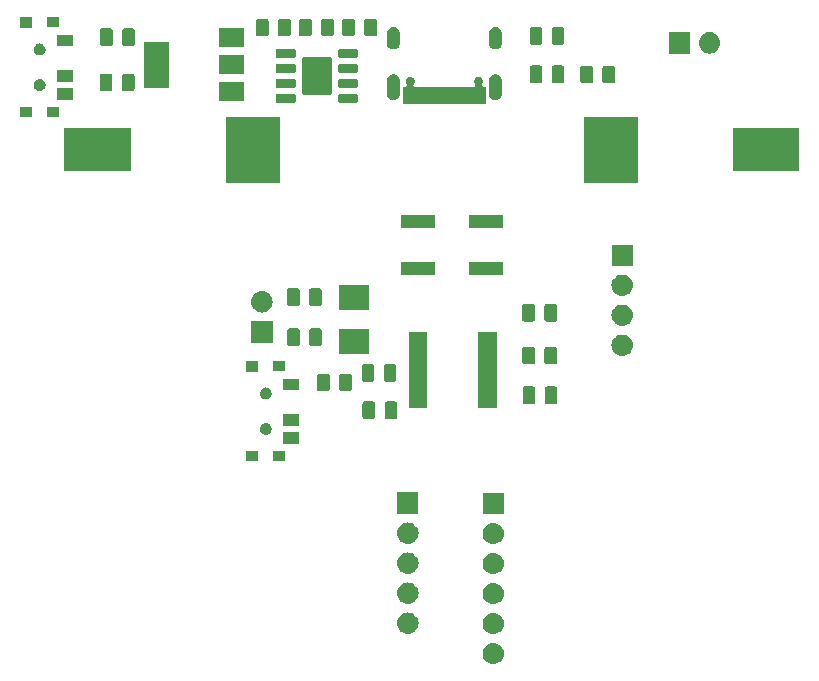
<source format=gbr>
G04 #@! TF.GenerationSoftware,KiCad,Pcbnew,5.1.2*
G04 #@! TF.CreationDate,2019-06-25T21:59:29-05:00*
G04 #@! TF.ProjectId,STM32F030Minimal,53544d33-3246-4303-9330-4d696e696d61,rev?*
G04 #@! TF.SameCoordinates,Original*
G04 #@! TF.FileFunction,Soldermask,Top*
G04 #@! TF.FilePolarity,Negative*
%FSLAX46Y46*%
G04 Gerber Fmt 4.6, Leading zero omitted, Abs format (unit mm)*
G04 Created by KiCad (PCBNEW 5.1.2) date 2019-06-25 21:59:29*
%MOMM*%
%LPD*%
G04 APERTURE LIST*
%ADD10C,0.100000*%
G04 APERTURE END LIST*
D10*
G36*
X163340442Y-89555518D02*
G01*
X163406627Y-89562037D01*
X163576466Y-89613557D01*
X163732991Y-89697222D01*
X163768729Y-89726552D01*
X163870186Y-89809814D01*
X163953448Y-89911271D01*
X163982778Y-89947009D01*
X164066443Y-90103534D01*
X164117963Y-90273373D01*
X164135359Y-90450000D01*
X164117963Y-90626627D01*
X164066443Y-90796466D01*
X163982778Y-90952991D01*
X163953448Y-90988729D01*
X163870186Y-91090186D01*
X163768729Y-91173448D01*
X163732991Y-91202778D01*
X163576466Y-91286443D01*
X163406627Y-91337963D01*
X163340442Y-91344482D01*
X163274260Y-91351000D01*
X163185740Y-91351000D01*
X163119558Y-91344482D01*
X163053373Y-91337963D01*
X162883534Y-91286443D01*
X162727009Y-91202778D01*
X162691271Y-91173448D01*
X162589814Y-91090186D01*
X162506552Y-90988729D01*
X162477222Y-90952991D01*
X162393557Y-90796466D01*
X162342037Y-90626627D01*
X162324641Y-90450000D01*
X162342037Y-90273373D01*
X162393557Y-90103534D01*
X162477222Y-89947009D01*
X162506552Y-89911271D01*
X162589814Y-89809814D01*
X162691271Y-89726552D01*
X162727009Y-89697222D01*
X162883534Y-89613557D01*
X163053373Y-89562037D01*
X163119558Y-89555518D01*
X163185740Y-89549000D01*
X163274260Y-89549000D01*
X163340442Y-89555518D01*
X163340442Y-89555518D01*
G37*
G36*
X163340443Y-87015519D02*
G01*
X163406627Y-87022037D01*
X163576466Y-87073557D01*
X163732991Y-87157222D01*
X163768729Y-87186552D01*
X163870186Y-87269814D01*
X163949951Y-87367009D01*
X163982778Y-87407009D01*
X164066443Y-87563534D01*
X164117963Y-87733373D01*
X164135359Y-87910000D01*
X164117963Y-88086627D01*
X164066443Y-88256466D01*
X163982778Y-88412991D01*
X163953448Y-88448729D01*
X163870186Y-88550186D01*
X163781731Y-88622778D01*
X163732991Y-88662778D01*
X163576466Y-88746443D01*
X163406627Y-88797963D01*
X163340443Y-88804481D01*
X163274260Y-88811000D01*
X163185740Y-88811000D01*
X163119557Y-88804481D01*
X163053373Y-88797963D01*
X162883534Y-88746443D01*
X162727009Y-88662778D01*
X162678269Y-88622778D01*
X162589814Y-88550186D01*
X162506552Y-88448729D01*
X162477222Y-88412991D01*
X162393557Y-88256466D01*
X162342037Y-88086627D01*
X162324641Y-87910000D01*
X162342037Y-87733373D01*
X162393557Y-87563534D01*
X162477222Y-87407009D01*
X162510049Y-87367009D01*
X162589814Y-87269814D01*
X162691271Y-87186552D01*
X162727009Y-87157222D01*
X162883534Y-87073557D01*
X163053373Y-87022037D01*
X163119557Y-87015519D01*
X163185740Y-87009000D01*
X163274260Y-87009000D01*
X163340443Y-87015519D01*
X163340443Y-87015519D01*
G37*
G36*
X156110443Y-86975519D02*
G01*
X156176627Y-86982037D01*
X156346466Y-87033557D01*
X156502991Y-87117222D01*
X156538729Y-87146552D01*
X156640186Y-87229814D01*
X156723448Y-87331271D01*
X156752778Y-87367009D01*
X156836443Y-87523534D01*
X156887963Y-87693373D01*
X156905359Y-87870000D01*
X156887963Y-88046627D01*
X156836443Y-88216466D01*
X156752778Y-88372991D01*
X156723448Y-88408729D01*
X156640186Y-88510186D01*
X156538729Y-88593448D01*
X156502991Y-88622778D01*
X156346466Y-88706443D01*
X156176627Y-88757963D01*
X156110442Y-88764482D01*
X156044260Y-88771000D01*
X155955740Y-88771000D01*
X155889558Y-88764482D01*
X155823373Y-88757963D01*
X155653534Y-88706443D01*
X155497009Y-88622778D01*
X155461271Y-88593448D01*
X155359814Y-88510186D01*
X155276552Y-88408729D01*
X155247222Y-88372991D01*
X155163557Y-88216466D01*
X155112037Y-88046627D01*
X155094641Y-87870000D01*
X155112037Y-87693373D01*
X155163557Y-87523534D01*
X155247222Y-87367009D01*
X155276552Y-87331271D01*
X155359814Y-87229814D01*
X155461271Y-87146552D01*
X155497009Y-87117222D01*
X155653534Y-87033557D01*
X155823373Y-86982037D01*
X155889557Y-86975519D01*
X155955740Y-86969000D01*
X156044260Y-86969000D01*
X156110443Y-86975519D01*
X156110443Y-86975519D01*
G37*
G36*
X163340443Y-84475519D02*
G01*
X163406627Y-84482037D01*
X163576466Y-84533557D01*
X163732991Y-84617222D01*
X163768729Y-84646552D01*
X163870186Y-84729814D01*
X163949951Y-84827009D01*
X163982778Y-84867009D01*
X164066443Y-85023534D01*
X164117963Y-85193373D01*
X164135359Y-85370000D01*
X164117963Y-85546627D01*
X164066443Y-85716466D01*
X163982778Y-85872991D01*
X163953448Y-85908729D01*
X163870186Y-86010186D01*
X163781731Y-86082778D01*
X163732991Y-86122778D01*
X163576466Y-86206443D01*
X163406627Y-86257963D01*
X163340442Y-86264482D01*
X163274260Y-86271000D01*
X163185740Y-86271000D01*
X163119558Y-86264482D01*
X163053373Y-86257963D01*
X162883534Y-86206443D01*
X162727009Y-86122778D01*
X162678269Y-86082778D01*
X162589814Y-86010186D01*
X162506552Y-85908729D01*
X162477222Y-85872991D01*
X162393557Y-85716466D01*
X162342037Y-85546627D01*
X162324641Y-85370000D01*
X162342037Y-85193373D01*
X162393557Y-85023534D01*
X162477222Y-84867009D01*
X162510049Y-84827009D01*
X162589814Y-84729814D01*
X162691271Y-84646552D01*
X162727009Y-84617222D01*
X162883534Y-84533557D01*
X163053373Y-84482037D01*
X163119557Y-84475519D01*
X163185740Y-84469000D01*
X163274260Y-84469000D01*
X163340443Y-84475519D01*
X163340443Y-84475519D01*
G37*
G36*
X156110442Y-84435518D02*
G01*
X156176627Y-84442037D01*
X156346466Y-84493557D01*
X156502991Y-84577222D01*
X156538729Y-84606552D01*
X156640186Y-84689814D01*
X156723448Y-84791271D01*
X156752778Y-84827009D01*
X156836443Y-84983534D01*
X156887963Y-85153373D01*
X156905359Y-85330000D01*
X156887963Y-85506627D01*
X156836443Y-85676466D01*
X156752778Y-85832991D01*
X156723448Y-85868729D01*
X156640186Y-85970186D01*
X156538729Y-86053448D01*
X156502991Y-86082778D01*
X156346466Y-86166443D01*
X156176627Y-86217963D01*
X156110443Y-86224481D01*
X156044260Y-86231000D01*
X155955740Y-86231000D01*
X155889557Y-86224481D01*
X155823373Y-86217963D01*
X155653534Y-86166443D01*
X155497009Y-86082778D01*
X155461271Y-86053448D01*
X155359814Y-85970186D01*
X155276552Y-85868729D01*
X155247222Y-85832991D01*
X155163557Y-85676466D01*
X155112037Y-85506627D01*
X155094641Y-85330000D01*
X155112037Y-85153373D01*
X155163557Y-84983534D01*
X155247222Y-84827009D01*
X155276552Y-84791271D01*
X155359814Y-84689814D01*
X155461271Y-84606552D01*
X155497009Y-84577222D01*
X155653534Y-84493557D01*
X155823373Y-84442037D01*
X155889558Y-84435518D01*
X155955740Y-84429000D01*
X156044260Y-84429000D01*
X156110442Y-84435518D01*
X156110442Y-84435518D01*
G37*
G36*
X163340442Y-81935518D02*
G01*
X163406627Y-81942037D01*
X163576466Y-81993557D01*
X163732991Y-82077222D01*
X163768729Y-82106552D01*
X163870186Y-82189814D01*
X163949951Y-82287009D01*
X163982778Y-82327009D01*
X164066443Y-82483534D01*
X164117963Y-82653373D01*
X164135359Y-82830000D01*
X164117963Y-83006627D01*
X164066443Y-83176466D01*
X163982778Y-83332991D01*
X163953448Y-83368729D01*
X163870186Y-83470186D01*
X163781731Y-83542778D01*
X163732991Y-83582778D01*
X163576466Y-83666443D01*
X163406627Y-83717963D01*
X163340443Y-83724481D01*
X163274260Y-83731000D01*
X163185740Y-83731000D01*
X163119557Y-83724481D01*
X163053373Y-83717963D01*
X162883534Y-83666443D01*
X162727009Y-83582778D01*
X162678269Y-83542778D01*
X162589814Y-83470186D01*
X162506552Y-83368729D01*
X162477222Y-83332991D01*
X162393557Y-83176466D01*
X162342037Y-83006627D01*
X162324641Y-82830000D01*
X162342037Y-82653373D01*
X162393557Y-82483534D01*
X162477222Y-82327009D01*
X162510049Y-82287009D01*
X162589814Y-82189814D01*
X162691271Y-82106552D01*
X162727009Y-82077222D01*
X162883534Y-81993557D01*
X163053373Y-81942037D01*
X163119558Y-81935518D01*
X163185740Y-81929000D01*
X163274260Y-81929000D01*
X163340442Y-81935518D01*
X163340442Y-81935518D01*
G37*
G36*
X156110443Y-81895519D02*
G01*
X156176627Y-81902037D01*
X156346466Y-81953557D01*
X156502991Y-82037222D01*
X156538729Y-82066552D01*
X156640186Y-82149814D01*
X156723448Y-82251271D01*
X156752778Y-82287009D01*
X156836443Y-82443534D01*
X156887963Y-82613373D01*
X156905359Y-82790000D01*
X156887963Y-82966627D01*
X156836443Y-83136466D01*
X156752778Y-83292991D01*
X156723448Y-83328729D01*
X156640186Y-83430186D01*
X156538729Y-83513448D01*
X156502991Y-83542778D01*
X156346466Y-83626443D01*
X156176627Y-83677963D01*
X156110443Y-83684481D01*
X156044260Y-83691000D01*
X155955740Y-83691000D01*
X155889557Y-83684481D01*
X155823373Y-83677963D01*
X155653534Y-83626443D01*
X155497009Y-83542778D01*
X155461271Y-83513448D01*
X155359814Y-83430186D01*
X155276552Y-83328729D01*
X155247222Y-83292991D01*
X155163557Y-83136466D01*
X155112037Y-82966627D01*
X155094641Y-82790000D01*
X155112037Y-82613373D01*
X155163557Y-82443534D01*
X155247222Y-82287009D01*
X155276552Y-82251271D01*
X155359814Y-82149814D01*
X155461271Y-82066552D01*
X155497009Y-82037222D01*
X155653534Y-81953557D01*
X155823373Y-81902037D01*
X155889557Y-81895519D01*
X155955740Y-81889000D01*
X156044260Y-81889000D01*
X156110443Y-81895519D01*
X156110443Y-81895519D01*
G37*
G36*
X163340442Y-79395518D02*
G01*
X163406627Y-79402037D01*
X163576466Y-79453557D01*
X163732991Y-79537222D01*
X163768729Y-79566552D01*
X163870186Y-79649814D01*
X163949951Y-79747009D01*
X163982778Y-79787009D01*
X164066443Y-79943534D01*
X164117963Y-80113373D01*
X164135359Y-80290000D01*
X164117963Y-80466627D01*
X164066443Y-80636466D01*
X163982778Y-80792991D01*
X163953448Y-80828729D01*
X163870186Y-80930186D01*
X163781731Y-81002778D01*
X163732991Y-81042778D01*
X163576466Y-81126443D01*
X163406627Y-81177963D01*
X163340442Y-81184482D01*
X163274260Y-81191000D01*
X163185740Y-81191000D01*
X163119558Y-81184482D01*
X163053373Y-81177963D01*
X162883534Y-81126443D01*
X162727009Y-81042778D01*
X162678269Y-81002778D01*
X162589814Y-80930186D01*
X162506552Y-80828729D01*
X162477222Y-80792991D01*
X162393557Y-80636466D01*
X162342037Y-80466627D01*
X162324641Y-80290000D01*
X162342037Y-80113373D01*
X162393557Y-79943534D01*
X162477222Y-79787009D01*
X162510049Y-79747009D01*
X162589814Y-79649814D01*
X162691271Y-79566552D01*
X162727009Y-79537222D01*
X162883534Y-79453557D01*
X163053373Y-79402037D01*
X163119558Y-79395518D01*
X163185740Y-79389000D01*
X163274260Y-79389000D01*
X163340442Y-79395518D01*
X163340442Y-79395518D01*
G37*
G36*
X156110443Y-79355519D02*
G01*
X156176627Y-79362037D01*
X156346466Y-79413557D01*
X156502991Y-79497222D01*
X156538729Y-79526552D01*
X156640186Y-79609814D01*
X156723448Y-79711271D01*
X156752778Y-79747009D01*
X156836443Y-79903534D01*
X156887963Y-80073373D01*
X156905359Y-80250000D01*
X156887963Y-80426627D01*
X156836443Y-80596466D01*
X156752778Y-80752991D01*
X156723448Y-80788729D01*
X156640186Y-80890186D01*
X156538729Y-80973448D01*
X156502991Y-81002778D01*
X156346466Y-81086443D01*
X156176627Y-81137963D01*
X156110442Y-81144482D01*
X156044260Y-81151000D01*
X155955740Y-81151000D01*
X155889558Y-81144482D01*
X155823373Y-81137963D01*
X155653534Y-81086443D01*
X155497009Y-81002778D01*
X155461271Y-80973448D01*
X155359814Y-80890186D01*
X155276552Y-80788729D01*
X155247222Y-80752991D01*
X155163557Y-80596466D01*
X155112037Y-80426627D01*
X155094641Y-80250000D01*
X155112037Y-80073373D01*
X155163557Y-79903534D01*
X155247222Y-79747009D01*
X155276552Y-79711271D01*
X155359814Y-79609814D01*
X155461271Y-79526552D01*
X155497009Y-79497222D01*
X155653534Y-79413557D01*
X155823373Y-79362037D01*
X155889557Y-79355519D01*
X155955740Y-79349000D01*
X156044260Y-79349000D01*
X156110443Y-79355519D01*
X156110443Y-79355519D01*
G37*
G36*
X164131000Y-78651000D02*
G01*
X162329000Y-78651000D01*
X162329000Y-76849000D01*
X164131000Y-76849000D01*
X164131000Y-78651000D01*
X164131000Y-78651000D01*
G37*
G36*
X156901000Y-78611000D02*
G01*
X155099000Y-78611000D01*
X155099000Y-76809000D01*
X156901000Y-76809000D01*
X156901000Y-78611000D01*
X156901000Y-78611000D01*
G37*
G36*
X145626000Y-74176000D02*
G01*
X144624000Y-74176000D01*
X144624000Y-73274000D01*
X145626000Y-73274000D01*
X145626000Y-74176000D01*
X145626000Y-74176000D01*
G37*
G36*
X143326000Y-74176000D02*
G01*
X142324000Y-74176000D01*
X142324000Y-73274000D01*
X143326000Y-73274000D01*
X143326000Y-74176000D01*
X143326000Y-74176000D01*
G37*
G36*
X146776000Y-72676000D02*
G01*
X145424000Y-72676000D01*
X145424000Y-71674000D01*
X146776000Y-71674000D01*
X146776000Y-72676000D01*
X146776000Y-72676000D01*
G37*
G36*
X144072740Y-70933626D02*
G01*
X144121136Y-70943253D01*
X144158902Y-70958896D01*
X144212311Y-70981019D01*
X144212312Y-70981020D01*
X144294369Y-71035848D01*
X144364152Y-71105631D01*
X144364153Y-71105633D01*
X144418981Y-71187689D01*
X144456747Y-71278865D01*
X144476000Y-71375655D01*
X144476000Y-71474345D01*
X144456747Y-71571135D01*
X144418981Y-71662311D01*
X144391752Y-71703062D01*
X144364152Y-71744369D01*
X144294369Y-71814152D01*
X144253062Y-71841752D01*
X144212311Y-71868981D01*
X144158902Y-71891104D01*
X144121136Y-71906747D01*
X144072740Y-71916373D01*
X144024345Y-71926000D01*
X143925655Y-71926000D01*
X143877260Y-71916373D01*
X143828864Y-71906747D01*
X143791098Y-71891104D01*
X143737689Y-71868981D01*
X143696938Y-71841752D01*
X143655631Y-71814152D01*
X143585848Y-71744369D01*
X143558248Y-71703062D01*
X143531019Y-71662311D01*
X143493253Y-71571135D01*
X143474000Y-71474345D01*
X143474000Y-71375655D01*
X143493253Y-71278865D01*
X143531019Y-71187689D01*
X143585847Y-71105633D01*
X143585848Y-71105631D01*
X143655631Y-71035848D01*
X143737688Y-70981020D01*
X143737689Y-70981019D01*
X143791098Y-70958896D01*
X143828864Y-70943253D01*
X143877260Y-70933626D01*
X143925655Y-70924000D01*
X144024345Y-70924000D01*
X144072740Y-70933626D01*
X144072740Y-70933626D01*
G37*
G36*
X146776000Y-71176000D02*
G01*
X145424000Y-71176000D01*
X145424000Y-70174000D01*
X146776000Y-70174000D01*
X146776000Y-71176000D01*
X146776000Y-71176000D01*
G37*
G36*
X153071968Y-69103565D02*
G01*
X153110638Y-69115296D01*
X153146277Y-69134346D01*
X153177517Y-69159983D01*
X153203154Y-69191223D01*
X153222204Y-69226862D01*
X153233935Y-69265532D01*
X153238500Y-69311888D01*
X153238500Y-70388112D01*
X153233935Y-70434468D01*
X153222204Y-70473138D01*
X153203154Y-70508777D01*
X153177517Y-70540017D01*
X153146277Y-70565654D01*
X153110638Y-70584704D01*
X153071968Y-70596435D01*
X153025612Y-70601000D01*
X152374388Y-70601000D01*
X152328032Y-70596435D01*
X152289362Y-70584704D01*
X152253723Y-70565654D01*
X152222483Y-70540017D01*
X152196846Y-70508777D01*
X152177796Y-70473138D01*
X152166065Y-70434468D01*
X152161500Y-70388112D01*
X152161500Y-69311888D01*
X152166065Y-69265532D01*
X152177796Y-69226862D01*
X152196846Y-69191223D01*
X152222483Y-69159983D01*
X152253723Y-69134346D01*
X152289362Y-69115296D01*
X152328032Y-69103565D01*
X152374388Y-69099000D01*
X153025612Y-69099000D01*
X153071968Y-69103565D01*
X153071968Y-69103565D01*
G37*
G36*
X154946968Y-69103565D02*
G01*
X154985638Y-69115296D01*
X155021277Y-69134346D01*
X155052517Y-69159983D01*
X155078154Y-69191223D01*
X155097204Y-69226862D01*
X155108935Y-69265532D01*
X155113500Y-69311888D01*
X155113500Y-70388112D01*
X155108935Y-70434468D01*
X155097204Y-70473138D01*
X155078154Y-70508777D01*
X155052517Y-70540017D01*
X155021277Y-70565654D01*
X154985638Y-70584704D01*
X154946968Y-70596435D01*
X154900612Y-70601000D01*
X154249388Y-70601000D01*
X154203032Y-70596435D01*
X154164362Y-70584704D01*
X154128723Y-70565654D01*
X154097483Y-70540017D01*
X154071846Y-70508777D01*
X154052796Y-70473138D01*
X154041065Y-70434468D01*
X154036500Y-70388112D01*
X154036500Y-69311888D01*
X154041065Y-69265532D01*
X154052796Y-69226862D01*
X154071846Y-69191223D01*
X154097483Y-69159983D01*
X154128723Y-69134346D01*
X154164362Y-69115296D01*
X154203032Y-69103565D01*
X154249388Y-69099000D01*
X154900612Y-69099000D01*
X154946968Y-69103565D01*
X154946968Y-69103565D01*
G37*
G36*
X157626000Y-69626000D02*
G01*
X156074000Y-69626000D01*
X156074000Y-63224000D01*
X157626000Y-63224000D01*
X157626000Y-69626000D01*
X157626000Y-69626000D01*
G37*
G36*
X163526000Y-69626000D02*
G01*
X161974000Y-69626000D01*
X161974000Y-63224000D01*
X163526000Y-63224000D01*
X163526000Y-69626000D01*
X163526000Y-69626000D01*
G37*
G36*
X168496968Y-67828565D02*
G01*
X168535638Y-67840296D01*
X168571277Y-67859346D01*
X168602517Y-67884983D01*
X168628154Y-67916223D01*
X168647204Y-67951862D01*
X168658935Y-67990532D01*
X168663500Y-68036888D01*
X168663500Y-69113112D01*
X168658935Y-69159468D01*
X168647204Y-69198138D01*
X168628154Y-69233777D01*
X168602517Y-69265017D01*
X168571277Y-69290654D01*
X168535638Y-69309704D01*
X168496968Y-69321435D01*
X168450612Y-69326000D01*
X167799388Y-69326000D01*
X167753032Y-69321435D01*
X167714362Y-69309704D01*
X167678723Y-69290654D01*
X167647483Y-69265017D01*
X167621846Y-69233777D01*
X167602796Y-69198138D01*
X167591065Y-69159468D01*
X167586500Y-69113112D01*
X167586500Y-68036888D01*
X167591065Y-67990532D01*
X167602796Y-67951862D01*
X167621846Y-67916223D01*
X167647483Y-67884983D01*
X167678723Y-67859346D01*
X167714362Y-67840296D01*
X167753032Y-67828565D01*
X167799388Y-67824000D01*
X168450612Y-67824000D01*
X168496968Y-67828565D01*
X168496968Y-67828565D01*
G37*
G36*
X166621968Y-67828565D02*
G01*
X166660638Y-67840296D01*
X166696277Y-67859346D01*
X166727517Y-67884983D01*
X166753154Y-67916223D01*
X166772204Y-67951862D01*
X166783935Y-67990532D01*
X166788500Y-68036888D01*
X166788500Y-69113112D01*
X166783935Y-69159468D01*
X166772204Y-69198138D01*
X166753154Y-69233777D01*
X166727517Y-69265017D01*
X166696277Y-69290654D01*
X166660638Y-69309704D01*
X166621968Y-69321435D01*
X166575612Y-69326000D01*
X165924388Y-69326000D01*
X165878032Y-69321435D01*
X165839362Y-69309704D01*
X165803723Y-69290654D01*
X165772483Y-69265017D01*
X165746846Y-69233777D01*
X165727796Y-69198138D01*
X165716065Y-69159468D01*
X165711500Y-69113112D01*
X165711500Y-68036888D01*
X165716065Y-67990532D01*
X165727796Y-67951862D01*
X165746846Y-67916223D01*
X165772483Y-67884983D01*
X165803723Y-67859346D01*
X165839362Y-67840296D01*
X165878032Y-67828565D01*
X165924388Y-67824000D01*
X166575612Y-67824000D01*
X166621968Y-67828565D01*
X166621968Y-67828565D01*
G37*
G36*
X144072740Y-67933627D02*
G01*
X144121136Y-67943253D01*
X144158902Y-67958896D01*
X144212311Y-67981019D01*
X144212312Y-67981020D01*
X144294369Y-68035848D01*
X144364152Y-68105631D01*
X144381328Y-68131337D01*
X144418981Y-68187689D01*
X144456747Y-68278865D01*
X144476000Y-68375655D01*
X144476000Y-68474345D01*
X144456747Y-68571135D01*
X144418981Y-68662311D01*
X144418980Y-68662312D01*
X144364152Y-68744369D01*
X144294369Y-68814152D01*
X144253062Y-68841752D01*
X144212311Y-68868981D01*
X144158902Y-68891104D01*
X144121136Y-68906747D01*
X144072740Y-68916373D01*
X144024345Y-68926000D01*
X143925655Y-68926000D01*
X143877260Y-68916373D01*
X143828864Y-68906747D01*
X143791098Y-68891104D01*
X143737689Y-68868981D01*
X143696938Y-68841752D01*
X143655631Y-68814152D01*
X143585848Y-68744369D01*
X143531020Y-68662312D01*
X143531019Y-68662311D01*
X143493253Y-68571135D01*
X143474000Y-68474345D01*
X143474000Y-68375655D01*
X143493253Y-68278865D01*
X143531019Y-68187689D01*
X143568672Y-68131337D01*
X143585848Y-68105631D01*
X143655631Y-68035848D01*
X143737688Y-67981020D01*
X143737689Y-67981019D01*
X143791098Y-67958896D01*
X143828864Y-67943253D01*
X143877260Y-67933627D01*
X143925655Y-67924000D01*
X144024345Y-67924000D01*
X144072740Y-67933627D01*
X144072740Y-67933627D01*
G37*
G36*
X149221968Y-66753565D02*
G01*
X149260638Y-66765296D01*
X149296277Y-66784346D01*
X149327517Y-66809983D01*
X149353154Y-66841223D01*
X149372204Y-66876862D01*
X149383935Y-66915532D01*
X149388500Y-66961888D01*
X149388500Y-68038112D01*
X149383935Y-68084468D01*
X149372204Y-68123138D01*
X149353154Y-68158777D01*
X149327517Y-68190017D01*
X149296277Y-68215654D01*
X149260638Y-68234704D01*
X149221968Y-68246435D01*
X149175612Y-68251000D01*
X148524388Y-68251000D01*
X148478032Y-68246435D01*
X148439362Y-68234704D01*
X148403723Y-68215654D01*
X148372483Y-68190017D01*
X148346846Y-68158777D01*
X148327796Y-68123138D01*
X148316065Y-68084468D01*
X148311500Y-68038112D01*
X148311500Y-66961888D01*
X148316065Y-66915532D01*
X148327796Y-66876862D01*
X148346846Y-66841223D01*
X148372483Y-66809983D01*
X148403723Y-66784346D01*
X148439362Y-66765296D01*
X148478032Y-66753565D01*
X148524388Y-66749000D01*
X149175612Y-66749000D01*
X149221968Y-66753565D01*
X149221968Y-66753565D01*
G37*
G36*
X151096968Y-66753565D02*
G01*
X151135638Y-66765296D01*
X151171277Y-66784346D01*
X151202517Y-66809983D01*
X151228154Y-66841223D01*
X151247204Y-66876862D01*
X151258935Y-66915532D01*
X151263500Y-66961888D01*
X151263500Y-68038112D01*
X151258935Y-68084468D01*
X151247204Y-68123138D01*
X151228154Y-68158777D01*
X151202517Y-68190017D01*
X151171277Y-68215654D01*
X151135638Y-68234704D01*
X151096968Y-68246435D01*
X151050612Y-68251000D01*
X150399388Y-68251000D01*
X150353032Y-68246435D01*
X150314362Y-68234704D01*
X150278723Y-68215654D01*
X150247483Y-68190017D01*
X150221846Y-68158777D01*
X150202796Y-68123138D01*
X150191065Y-68084468D01*
X150186500Y-68038112D01*
X150186500Y-66961888D01*
X150191065Y-66915532D01*
X150202796Y-66876862D01*
X150221846Y-66841223D01*
X150247483Y-66809983D01*
X150278723Y-66784346D01*
X150314362Y-66765296D01*
X150353032Y-66753565D01*
X150399388Y-66749000D01*
X151050612Y-66749000D01*
X151096968Y-66753565D01*
X151096968Y-66753565D01*
G37*
G36*
X146776000Y-68176000D02*
G01*
X145424000Y-68176000D01*
X145424000Y-67174000D01*
X146776000Y-67174000D01*
X146776000Y-68176000D01*
X146776000Y-68176000D01*
G37*
G36*
X152996968Y-65928565D02*
G01*
X153035638Y-65940296D01*
X153071277Y-65959346D01*
X153102517Y-65984983D01*
X153128154Y-66016223D01*
X153147204Y-66051862D01*
X153158935Y-66090532D01*
X153163500Y-66136888D01*
X153163500Y-67213112D01*
X153158935Y-67259468D01*
X153147204Y-67298138D01*
X153128154Y-67333777D01*
X153102517Y-67365017D01*
X153071277Y-67390654D01*
X153035638Y-67409704D01*
X152996968Y-67421435D01*
X152950612Y-67426000D01*
X152299388Y-67426000D01*
X152253032Y-67421435D01*
X152214362Y-67409704D01*
X152178723Y-67390654D01*
X152147483Y-67365017D01*
X152121846Y-67333777D01*
X152102796Y-67298138D01*
X152091065Y-67259468D01*
X152086500Y-67213112D01*
X152086500Y-66136888D01*
X152091065Y-66090532D01*
X152102796Y-66051862D01*
X152121846Y-66016223D01*
X152147483Y-65984983D01*
X152178723Y-65959346D01*
X152214362Y-65940296D01*
X152253032Y-65928565D01*
X152299388Y-65924000D01*
X152950612Y-65924000D01*
X152996968Y-65928565D01*
X152996968Y-65928565D01*
G37*
G36*
X154871968Y-65928565D02*
G01*
X154910638Y-65940296D01*
X154946277Y-65959346D01*
X154977517Y-65984983D01*
X155003154Y-66016223D01*
X155022204Y-66051862D01*
X155033935Y-66090532D01*
X155038500Y-66136888D01*
X155038500Y-67213112D01*
X155033935Y-67259468D01*
X155022204Y-67298138D01*
X155003154Y-67333777D01*
X154977517Y-67365017D01*
X154946277Y-67390654D01*
X154910638Y-67409704D01*
X154871968Y-67421435D01*
X154825612Y-67426000D01*
X154174388Y-67426000D01*
X154128032Y-67421435D01*
X154089362Y-67409704D01*
X154053723Y-67390654D01*
X154022483Y-67365017D01*
X153996846Y-67333777D01*
X153977796Y-67298138D01*
X153966065Y-67259468D01*
X153961500Y-67213112D01*
X153961500Y-66136888D01*
X153966065Y-66090532D01*
X153977796Y-66051862D01*
X153996846Y-66016223D01*
X154022483Y-65984983D01*
X154053723Y-65959346D01*
X154089362Y-65940296D01*
X154128032Y-65928565D01*
X154174388Y-65924000D01*
X154825612Y-65924000D01*
X154871968Y-65928565D01*
X154871968Y-65928565D01*
G37*
G36*
X143326000Y-66576000D02*
G01*
X142324000Y-66576000D01*
X142324000Y-65674000D01*
X143326000Y-65674000D01*
X143326000Y-66576000D01*
X143326000Y-66576000D01*
G37*
G36*
X145626000Y-66566000D02*
G01*
X144624000Y-66566000D01*
X144624000Y-65664000D01*
X145626000Y-65664000D01*
X145626000Y-66566000D01*
X145626000Y-66566000D01*
G37*
G36*
X166596968Y-64478565D02*
G01*
X166635638Y-64490296D01*
X166671277Y-64509346D01*
X166702517Y-64534983D01*
X166728154Y-64566223D01*
X166747204Y-64601862D01*
X166758935Y-64640532D01*
X166763500Y-64686888D01*
X166763500Y-65763112D01*
X166758935Y-65809468D01*
X166747204Y-65848138D01*
X166728154Y-65883777D01*
X166702517Y-65915017D01*
X166671277Y-65940654D01*
X166635638Y-65959704D01*
X166596968Y-65971435D01*
X166550612Y-65976000D01*
X165899388Y-65976000D01*
X165853032Y-65971435D01*
X165814362Y-65959704D01*
X165778723Y-65940654D01*
X165747483Y-65915017D01*
X165721846Y-65883777D01*
X165702796Y-65848138D01*
X165691065Y-65809468D01*
X165686500Y-65763112D01*
X165686500Y-64686888D01*
X165691065Y-64640532D01*
X165702796Y-64601862D01*
X165721846Y-64566223D01*
X165747483Y-64534983D01*
X165778723Y-64509346D01*
X165814362Y-64490296D01*
X165853032Y-64478565D01*
X165899388Y-64474000D01*
X166550612Y-64474000D01*
X166596968Y-64478565D01*
X166596968Y-64478565D01*
G37*
G36*
X168471968Y-64478565D02*
G01*
X168510638Y-64490296D01*
X168546277Y-64509346D01*
X168577517Y-64534983D01*
X168603154Y-64566223D01*
X168622204Y-64601862D01*
X168633935Y-64640532D01*
X168638500Y-64686888D01*
X168638500Y-65763112D01*
X168633935Y-65809468D01*
X168622204Y-65848138D01*
X168603154Y-65883777D01*
X168577517Y-65915017D01*
X168546277Y-65940654D01*
X168510638Y-65959704D01*
X168471968Y-65971435D01*
X168425612Y-65976000D01*
X167774388Y-65976000D01*
X167728032Y-65971435D01*
X167689362Y-65959704D01*
X167653723Y-65940654D01*
X167622483Y-65915017D01*
X167596846Y-65883777D01*
X167577796Y-65848138D01*
X167566065Y-65809468D01*
X167561500Y-65763112D01*
X167561500Y-64686888D01*
X167566065Y-64640532D01*
X167577796Y-64601862D01*
X167596846Y-64566223D01*
X167622483Y-64534983D01*
X167653723Y-64509346D01*
X167689362Y-64490296D01*
X167728032Y-64478565D01*
X167774388Y-64474000D01*
X168425612Y-64474000D01*
X168471968Y-64478565D01*
X168471968Y-64478565D01*
G37*
G36*
X174260443Y-63445519D02*
G01*
X174326627Y-63452037D01*
X174496466Y-63503557D01*
X174652991Y-63587222D01*
X174688729Y-63616552D01*
X174790186Y-63699814D01*
X174852709Y-63776000D01*
X174902778Y-63837009D01*
X174986443Y-63993534D01*
X175037963Y-64163373D01*
X175055359Y-64340000D01*
X175037963Y-64516627D01*
X174986443Y-64686466D01*
X174986442Y-64686468D01*
X174984168Y-64690722D01*
X174902778Y-64842991D01*
X174873448Y-64878729D01*
X174790186Y-64980186D01*
X174688729Y-65063448D01*
X174652991Y-65092778D01*
X174652989Y-65092779D01*
X174501037Y-65174000D01*
X174496466Y-65176443D01*
X174326627Y-65227963D01*
X174260443Y-65234481D01*
X174194260Y-65241000D01*
X174105740Y-65241000D01*
X174039557Y-65234481D01*
X173973373Y-65227963D01*
X173803534Y-65176443D01*
X173798964Y-65174000D01*
X173647011Y-65092779D01*
X173647009Y-65092778D01*
X173611271Y-65063448D01*
X173509814Y-64980186D01*
X173426552Y-64878729D01*
X173397222Y-64842991D01*
X173315832Y-64690722D01*
X173313558Y-64686468D01*
X173313557Y-64686466D01*
X173262037Y-64516627D01*
X173244641Y-64340000D01*
X173262037Y-64163373D01*
X173313557Y-63993534D01*
X173397222Y-63837009D01*
X173447291Y-63776000D01*
X173509814Y-63699814D01*
X173611271Y-63616552D01*
X173647009Y-63587222D01*
X173803534Y-63503557D01*
X173973373Y-63452037D01*
X174039557Y-63445519D01*
X174105740Y-63439000D01*
X174194260Y-63439000D01*
X174260443Y-63445519D01*
X174260443Y-63445519D01*
G37*
G36*
X152701000Y-65051000D02*
G01*
X150199000Y-65051000D01*
X150199000Y-62949000D01*
X152701000Y-62949000D01*
X152701000Y-65051000D01*
X152701000Y-65051000D01*
G37*
G36*
X148546968Y-62928565D02*
G01*
X148585638Y-62940296D01*
X148621277Y-62959346D01*
X148652517Y-62984983D01*
X148678154Y-63016223D01*
X148697204Y-63051862D01*
X148708935Y-63090532D01*
X148713500Y-63136888D01*
X148713500Y-64213112D01*
X148708935Y-64259468D01*
X148697204Y-64298138D01*
X148678154Y-64333777D01*
X148652517Y-64365017D01*
X148621277Y-64390654D01*
X148585638Y-64409704D01*
X148546968Y-64421435D01*
X148500612Y-64426000D01*
X147849388Y-64426000D01*
X147803032Y-64421435D01*
X147764362Y-64409704D01*
X147728723Y-64390654D01*
X147697483Y-64365017D01*
X147671846Y-64333777D01*
X147652796Y-64298138D01*
X147641065Y-64259468D01*
X147636500Y-64213112D01*
X147636500Y-63136888D01*
X147641065Y-63090532D01*
X147652796Y-63051862D01*
X147671846Y-63016223D01*
X147697483Y-62984983D01*
X147728723Y-62959346D01*
X147764362Y-62940296D01*
X147803032Y-62928565D01*
X147849388Y-62924000D01*
X148500612Y-62924000D01*
X148546968Y-62928565D01*
X148546968Y-62928565D01*
G37*
G36*
X146671968Y-62928565D02*
G01*
X146710638Y-62940296D01*
X146746277Y-62959346D01*
X146777517Y-62984983D01*
X146803154Y-63016223D01*
X146822204Y-63051862D01*
X146833935Y-63090532D01*
X146838500Y-63136888D01*
X146838500Y-64213112D01*
X146833935Y-64259468D01*
X146822204Y-64298138D01*
X146803154Y-64333777D01*
X146777517Y-64365017D01*
X146746277Y-64390654D01*
X146710638Y-64409704D01*
X146671968Y-64421435D01*
X146625612Y-64426000D01*
X145974388Y-64426000D01*
X145928032Y-64421435D01*
X145889362Y-64409704D01*
X145853723Y-64390654D01*
X145822483Y-64365017D01*
X145796846Y-64333777D01*
X145777796Y-64298138D01*
X145766065Y-64259468D01*
X145761500Y-64213112D01*
X145761500Y-63136888D01*
X145766065Y-63090532D01*
X145777796Y-63051862D01*
X145796846Y-63016223D01*
X145822483Y-62984983D01*
X145853723Y-62959346D01*
X145889362Y-62940296D01*
X145928032Y-62928565D01*
X145974388Y-62924000D01*
X146625612Y-62924000D01*
X146671968Y-62928565D01*
X146671968Y-62928565D01*
G37*
G36*
X144551000Y-64116000D02*
G01*
X142749000Y-64116000D01*
X142749000Y-62314000D01*
X144551000Y-62314000D01*
X144551000Y-64116000D01*
X144551000Y-64116000D01*
G37*
G36*
X174260442Y-60905518D02*
G01*
X174326627Y-60912037D01*
X174496466Y-60963557D01*
X174496468Y-60963558D01*
X174506019Y-60968663D01*
X174652991Y-61047222D01*
X174670861Y-61061888D01*
X174790186Y-61159814D01*
X174873448Y-61261271D01*
X174902778Y-61297009D01*
X174986443Y-61453534D01*
X175037963Y-61623373D01*
X175055359Y-61800000D01*
X175037963Y-61976627D01*
X174986443Y-62146466D01*
X174902778Y-62302991D01*
X174880198Y-62330505D01*
X174790186Y-62440186D01*
X174688729Y-62523448D01*
X174652991Y-62552778D01*
X174496466Y-62636443D01*
X174326627Y-62687963D01*
X174260442Y-62694482D01*
X174194260Y-62701000D01*
X174105740Y-62701000D01*
X174039558Y-62694482D01*
X173973373Y-62687963D01*
X173803534Y-62636443D01*
X173647009Y-62552778D01*
X173611271Y-62523448D01*
X173509814Y-62440186D01*
X173419802Y-62330505D01*
X173397222Y-62302991D01*
X173313557Y-62146466D01*
X173262037Y-61976627D01*
X173244641Y-61800000D01*
X173262037Y-61623373D01*
X173313557Y-61453534D01*
X173397222Y-61297009D01*
X173426552Y-61261271D01*
X173509814Y-61159814D01*
X173629139Y-61061888D01*
X173647009Y-61047222D01*
X173793981Y-60968663D01*
X173803532Y-60963558D01*
X173803534Y-60963557D01*
X173973373Y-60912037D01*
X174039558Y-60905518D01*
X174105740Y-60899000D01*
X174194260Y-60899000D01*
X174260442Y-60905518D01*
X174260442Y-60905518D01*
G37*
G36*
X168471968Y-60853565D02*
G01*
X168510638Y-60865296D01*
X168546277Y-60884346D01*
X168577517Y-60909983D01*
X168603154Y-60941223D01*
X168622204Y-60976862D01*
X168633935Y-61015532D01*
X168638500Y-61061888D01*
X168638500Y-62138112D01*
X168633935Y-62184468D01*
X168622204Y-62223138D01*
X168603154Y-62258777D01*
X168577517Y-62290017D01*
X168546277Y-62315654D01*
X168510638Y-62334704D01*
X168471968Y-62346435D01*
X168425612Y-62351000D01*
X167774388Y-62351000D01*
X167728032Y-62346435D01*
X167689362Y-62334704D01*
X167653723Y-62315654D01*
X167622483Y-62290017D01*
X167596846Y-62258777D01*
X167577796Y-62223138D01*
X167566065Y-62184468D01*
X167561500Y-62138112D01*
X167561500Y-61061888D01*
X167566065Y-61015532D01*
X167577796Y-60976862D01*
X167596846Y-60941223D01*
X167622483Y-60909983D01*
X167653723Y-60884346D01*
X167689362Y-60865296D01*
X167728032Y-60853565D01*
X167774388Y-60849000D01*
X168425612Y-60849000D01*
X168471968Y-60853565D01*
X168471968Y-60853565D01*
G37*
G36*
X166596968Y-60853565D02*
G01*
X166635638Y-60865296D01*
X166671277Y-60884346D01*
X166702517Y-60909983D01*
X166728154Y-60941223D01*
X166747204Y-60976862D01*
X166758935Y-61015532D01*
X166763500Y-61061888D01*
X166763500Y-62138112D01*
X166758935Y-62184468D01*
X166747204Y-62223138D01*
X166728154Y-62258777D01*
X166702517Y-62290017D01*
X166671277Y-62315654D01*
X166635638Y-62334704D01*
X166596968Y-62346435D01*
X166550612Y-62351000D01*
X165899388Y-62351000D01*
X165853032Y-62346435D01*
X165814362Y-62334704D01*
X165778723Y-62315654D01*
X165747483Y-62290017D01*
X165721846Y-62258777D01*
X165702796Y-62223138D01*
X165691065Y-62184468D01*
X165686500Y-62138112D01*
X165686500Y-61061888D01*
X165691065Y-61015532D01*
X165702796Y-60976862D01*
X165721846Y-60941223D01*
X165747483Y-60909983D01*
X165778723Y-60884346D01*
X165814362Y-60865296D01*
X165853032Y-60853565D01*
X165899388Y-60849000D01*
X166550612Y-60849000D01*
X166596968Y-60853565D01*
X166596968Y-60853565D01*
G37*
G36*
X143760442Y-59780518D02*
G01*
X143826627Y-59787037D01*
X143996466Y-59838557D01*
X144152991Y-59922222D01*
X144188729Y-59951552D01*
X144290186Y-60034814D01*
X144373448Y-60136271D01*
X144402778Y-60172009D01*
X144486443Y-60328534D01*
X144537963Y-60498373D01*
X144555359Y-60675000D01*
X144537963Y-60851627D01*
X144490011Y-61009704D01*
X144486442Y-61021468D01*
X144444610Y-61099729D01*
X144402778Y-61177991D01*
X144373448Y-61213729D01*
X144290186Y-61315186D01*
X144188729Y-61398448D01*
X144152991Y-61427778D01*
X143996466Y-61511443D01*
X143826627Y-61562963D01*
X143760443Y-61569481D01*
X143694260Y-61576000D01*
X143605740Y-61576000D01*
X143539557Y-61569481D01*
X143473373Y-61562963D01*
X143303534Y-61511443D01*
X143147009Y-61427778D01*
X143111271Y-61398448D01*
X143009814Y-61315186D01*
X142926552Y-61213729D01*
X142897222Y-61177991D01*
X142855390Y-61099729D01*
X142813558Y-61021468D01*
X142809989Y-61009704D01*
X142762037Y-60851627D01*
X142744641Y-60675000D01*
X142762037Y-60498373D01*
X142813557Y-60328534D01*
X142897222Y-60172009D01*
X142926552Y-60136271D01*
X143009814Y-60034814D01*
X143111271Y-59951552D01*
X143147009Y-59922222D01*
X143303534Y-59838557D01*
X143473373Y-59787037D01*
X143539558Y-59780518D01*
X143605740Y-59774000D01*
X143694260Y-59774000D01*
X143760442Y-59780518D01*
X143760442Y-59780518D01*
G37*
G36*
X152701000Y-61351000D02*
G01*
X150199000Y-61351000D01*
X150199000Y-59249000D01*
X152701000Y-59249000D01*
X152701000Y-61351000D01*
X152701000Y-61351000D01*
G37*
G36*
X148546968Y-59528565D02*
G01*
X148585638Y-59540296D01*
X148621277Y-59559346D01*
X148652517Y-59584983D01*
X148678154Y-59616223D01*
X148697204Y-59651862D01*
X148708935Y-59690532D01*
X148713500Y-59736888D01*
X148713500Y-60813112D01*
X148708935Y-60859468D01*
X148697204Y-60898138D01*
X148678154Y-60933777D01*
X148652517Y-60965017D01*
X148621277Y-60990654D01*
X148585638Y-61009704D01*
X148546968Y-61021435D01*
X148500612Y-61026000D01*
X147849388Y-61026000D01*
X147803032Y-61021435D01*
X147764362Y-61009704D01*
X147728723Y-60990654D01*
X147697483Y-60965017D01*
X147671846Y-60933777D01*
X147652796Y-60898138D01*
X147641065Y-60859468D01*
X147636500Y-60813112D01*
X147636500Y-59736888D01*
X147641065Y-59690532D01*
X147652796Y-59651862D01*
X147671846Y-59616223D01*
X147697483Y-59584983D01*
X147728723Y-59559346D01*
X147764362Y-59540296D01*
X147803032Y-59528565D01*
X147849388Y-59524000D01*
X148500612Y-59524000D01*
X148546968Y-59528565D01*
X148546968Y-59528565D01*
G37*
G36*
X146671968Y-59528565D02*
G01*
X146710638Y-59540296D01*
X146746277Y-59559346D01*
X146777517Y-59584983D01*
X146803154Y-59616223D01*
X146822204Y-59651862D01*
X146833935Y-59690532D01*
X146838500Y-59736888D01*
X146838500Y-60813112D01*
X146833935Y-60859468D01*
X146822204Y-60898138D01*
X146803154Y-60933777D01*
X146777517Y-60965017D01*
X146746277Y-60990654D01*
X146710638Y-61009704D01*
X146671968Y-61021435D01*
X146625612Y-61026000D01*
X145974388Y-61026000D01*
X145928032Y-61021435D01*
X145889362Y-61009704D01*
X145853723Y-60990654D01*
X145822483Y-60965017D01*
X145796846Y-60933777D01*
X145777796Y-60898138D01*
X145766065Y-60859468D01*
X145761500Y-60813112D01*
X145761500Y-59736888D01*
X145766065Y-59690532D01*
X145777796Y-59651862D01*
X145796846Y-59616223D01*
X145822483Y-59584983D01*
X145853723Y-59559346D01*
X145889362Y-59540296D01*
X145928032Y-59528565D01*
X145974388Y-59524000D01*
X146625612Y-59524000D01*
X146671968Y-59528565D01*
X146671968Y-59528565D01*
G37*
G36*
X174260442Y-58365518D02*
G01*
X174326627Y-58372037D01*
X174496466Y-58423557D01*
X174652991Y-58507222D01*
X174688729Y-58536552D01*
X174790186Y-58619814D01*
X174873448Y-58721271D01*
X174902778Y-58757009D01*
X174986443Y-58913534D01*
X175037963Y-59083373D01*
X175055359Y-59260000D01*
X175037963Y-59436627D01*
X174986443Y-59606466D01*
X174902778Y-59762991D01*
X174893743Y-59774000D01*
X174790186Y-59900186D01*
X174688729Y-59983448D01*
X174652991Y-60012778D01*
X174496466Y-60096443D01*
X174326627Y-60147963D01*
X174260442Y-60154482D01*
X174194260Y-60161000D01*
X174105740Y-60161000D01*
X174039558Y-60154482D01*
X173973373Y-60147963D01*
X173803534Y-60096443D01*
X173647009Y-60012778D01*
X173611271Y-59983448D01*
X173509814Y-59900186D01*
X173406257Y-59774000D01*
X173397222Y-59762991D01*
X173313557Y-59606466D01*
X173262037Y-59436627D01*
X173244641Y-59260000D01*
X173262037Y-59083373D01*
X173313557Y-58913534D01*
X173397222Y-58757009D01*
X173426552Y-58721271D01*
X173509814Y-58619814D01*
X173611271Y-58536552D01*
X173647009Y-58507222D01*
X173803534Y-58423557D01*
X173973373Y-58372037D01*
X174039558Y-58365518D01*
X174105740Y-58359000D01*
X174194260Y-58359000D01*
X174260442Y-58365518D01*
X174260442Y-58365518D01*
G37*
G36*
X158301000Y-58401000D02*
G01*
X155399000Y-58401000D01*
X155399000Y-57299000D01*
X158301000Y-57299000D01*
X158301000Y-58401000D01*
X158301000Y-58401000D01*
G37*
G36*
X164101000Y-58401000D02*
G01*
X161199000Y-58401000D01*
X161199000Y-57299000D01*
X164101000Y-57299000D01*
X164101000Y-58401000D01*
X164101000Y-58401000D01*
G37*
G36*
X175051000Y-57621000D02*
G01*
X173249000Y-57621000D01*
X173249000Y-55819000D01*
X175051000Y-55819000D01*
X175051000Y-57621000D01*
X175051000Y-57621000D01*
G37*
G36*
X164101000Y-54401000D02*
G01*
X161199000Y-54401000D01*
X161199000Y-53299000D01*
X164101000Y-53299000D01*
X164101000Y-54401000D01*
X164101000Y-54401000D01*
G37*
G36*
X158301000Y-54401000D02*
G01*
X155399000Y-54401000D01*
X155399000Y-53299000D01*
X158301000Y-53299000D01*
X158301000Y-54401000D01*
X158301000Y-54401000D01*
G37*
G36*
X175501000Y-50601000D02*
G01*
X170899000Y-50601000D01*
X170899000Y-44999000D01*
X175501000Y-44999000D01*
X175501000Y-50601000D01*
X175501000Y-50601000D01*
G37*
G36*
X145201000Y-50601000D02*
G01*
X140599000Y-50601000D01*
X140599000Y-44999000D01*
X145201000Y-44999000D01*
X145201000Y-50601000D01*
X145201000Y-50601000D01*
G37*
G36*
X132526000Y-49576000D02*
G01*
X126924000Y-49576000D01*
X126924000Y-45974000D01*
X132526000Y-45974000D01*
X132526000Y-49576000D01*
X132526000Y-49576000D01*
G37*
G36*
X189126000Y-49576000D02*
G01*
X183524000Y-49576000D01*
X183524000Y-45974000D01*
X189126000Y-45974000D01*
X189126000Y-49576000D01*
X189126000Y-49576000D01*
G37*
G36*
X126476000Y-45051000D02*
G01*
X125474000Y-45051000D01*
X125474000Y-44149000D01*
X126476000Y-44149000D01*
X126476000Y-45051000D01*
X126476000Y-45051000D01*
G37*
G36*
X124176000Y-45051000D02*
G01*
X123174000Y-45051000D01*
X123174000Y-44149000D01*
X124176000Y-44149000D01*
X124176000Y-45051000D01*
X124176000Y-45051000D01*
G37*
G36*
X156319672Y-41638449D02*
G01*
X156319674Y-41638450D01*
X156319675Y-41638450D01*
X156388103Y-41666793D01*
X156449686Y-41707942D01*
X156502058Y-41760314D01*
X156543207Y-41821897D01*
X156567089Y-41879555D01*
X156571551Y-41890328D01*
X156586000Y-41962966D01*
X156586000Y-42037034D01*
X156573674Y-42099000D01*
X156571550Y-42109675D01*
X156543207Y-42178103D01*
X156502058Y-42239686D01*
X156498859Y-42244473D01*
X156490585Y-42254555D01*
X156479034Y-42276166D01*
X156471921Y-42299615D01*
X156469519Y-42324001D01*
X156471921Y-42348387D01*
X156479034Y-42371836D01*
X156490585Y-42393447D01*
X156506130Y-42412389D01*
X156525072Y-42427934D01*
X156546683Y-42439485D01*
X156570132Y-42446598D01*
X156594518Y-42449000D01*
X161605482Y-42449000D01*
X161629868Y-42446598D01*
X161653317Y-42439485D01*
X161674928Y-42427934D01*
X161693870Y-42412389D01*
X161709415Y-42393447D01*
X161720966Y-42371836D01*
X161728079Y-42348387D01*
X161730481Y-42324001D01*
X161728079Y-42299615D01*
X161720966Y-42276166D01*
X161709415Y-42254555D01*
X161701141Y-42244473D01*
X161697942Y-42239686D01*
X161656793Y-42178103D01*
X161628450Y-42109675D01*
X161626327Y-42099000D01*
X161614000Y-42037034D01*
X161614000Y-41962966D01*
X161628449Y-41890328D01*
X161632911Y-41879555D01*
X161656793Y-41821897D01*
X161697942Y-41760314D01*
X161750314Y-41707942D01*
X161811897Y-41666793D01*
X161880325Y-41638450D01*
X161880326Y-41638450D01*
X161880328Y-41638449D01*
X161952966Y-41624000D01*
X162027034Y-41624000D01*
X162099672Y-41638449D01*
X162099674Y-41638450D01*
X162099675Y-41638450D01*
X162168103Y-41666793D01*
X162229686Y-41707942D01*
X162282058Y-41760314D01*
X162323207Y-41821897D01*
X162347089Y-41879555D01*
X162351551Y-41890328D01*
X162366000Y-41962966D01*
X162366000Y-42037034D01*
X162353674Y-42099000D01*
X162351550Y-42109675D01*
X162323207Y-42178103D01*
X162282058Y-42239686D01*
X162278859Y-42244473D01*
X162270585Y-42254555D01*
X162259034Y-42276166D01*
X162251921Y-42299615D01*
X162249519Y-42324001D01*
X162251921Y-42348387D01*
X162259034Y-42371836D01*
X162270585Y-42393447D01*
X162286130Y-42412389D01*
X162305072Y-42427934D01*
X162326683Y-42439485D01*
X162350132Y-42446598D01*
X162374518Y-42449000D01*
X162601000Y-42449000D01*
X162601000Y-43951000D01*
X155599000Y-43951000D01*
X155599000Y-42449000D01*
X155825482Y-42449000D01*
X155849868Y-42446598D01*
X155873317Y-42439485D01*
X155894928Y-42427934D01*
X155913870Y-42412389D01*
X155929415Y-42393447D01*
X155940966Y-42371836D01*
X155948079Y-42348387D01*
X155950481Y-42324001D01*
X155948079Y-42299615D01*
X155940966Y-42276166D01*
X155929415Y-42254555D01*
X155921141Y-42244473D01*
X155917942Y-42239686D01*
X155876793Y-42178103D01*
X155848450Y-42109675D01*
X155846327Y-42099000D01*
X155834000Y-42037034D01*
X155834000Y-41962966D01*
X155848449Y-41890328D01*
X155852911Y-41879555D01*
X155876793Y-41821897D01*
X155917942Y-41760314D01*
X155970314Y-41707942D01*
X156031897Y-41666793D01*
X156100325Y-41638450D01*
X156100326Y-41638450D01*
X156100328Y-41638449D01*
X156172966Y-41624000D01*
X156247034Y-41624000D01*
X156319672Y-41638449D01*
X156319672Y-41638449D01*
G37*
G36*
X151709928Y-43101764D02*
G01*
X151731009Y-43108160D01*
X151750445Y-43118548D01*
X151767476Y-43132524D01*
X151781452Y-43149555D01*
X151791840Y-43168991D01*
X151798236Y-43190072D01*
X151801000Y-43218140D01*
X151801000Y-43681860D01*
X151798236Y-43709928D01*
X151791840Y-43731009D01*
X151781452Y-43750445D01*
X151767476Y-43767476D01*
X151750445Y-43781452D01*
X151731009Y-43791840D01*
X151709928Y-43798236D01*
X151681860Y-43801000D01*
X150218140Y-43801000D01*
X150190072Y-43798236D01*
X150168991Y-43791840D01*
X150149555Y-43781452D01*
X150132524Y-43767476D01*
X150118548Y-43750445D01*
X150108160Y-43731009D01*
X150101764Y-43709928D01*
X150099000Y-43681860D01*
X150099000Y-43218140D01*
X150101764Y-43190072D01*
X150108160Y-43168991D01*
X150118548Y-43149555D01*
X150132524Y-43132524D01*
X150149555Y-43118548D01*
X150168991Y-43108160D01*
X150190072Y-43101764D01*
X150218140Y-43099000D01*
X151681860Y-43099000D01*
X151709928Y-43101764D01*
X151709928Y-43101764D01*
G37*
G36*
X146409928Y-43101764D02*
G01*
X146431009Y-43108160D01*
X146450445Y-43118548D01*
X146467476Y-43132524D01*
X146481452Y-43149555D01*
X146491840Y-43168991D01*
X146498236Y-43190072D01*
X146501000Y-43218140D01*
X146501000Y-43681860D01*
X146498236Y-43709928D01*
X146491840Y-43731009D01*
X146481452Y-43750445D01*
X146467476Y-43767476D01*
X146450445Y-43781452D01*
X146431009Y-43791840D01*
X146409928Y-43798236D01*
X146381860Y-43801000D01*
X144918140Y-43801000D01*
X144890072Y-43798236D01*
X144868991Y-43791840D01*
X144849555Y-43781452D01*
X144832524Y-43767476D01*
X144818548Y-43750445D01*
X144808160Y-43731009D01*
X144801764Y-43709928D01*
X144799000Y-43681860D01*
X144799000Y-43218140D01*
X144801764Y-43190072D01*
X144808160Y-43168991D01*
X144818548Y-43149555D01*
X144832524Y-43132524D01*
X144849555Y-43118548D01*
X144868991Y-43108160D01*
X144890072Y-43101764D01*
X144918140Y-43099000D01*
X146381860Y-43099000D01*
X146409928Y-43101764D01*
X146409928Y-43101764D01*
G37*
G36*
X142101000Y-43701000D02*
G01*
X139999000Y-43701000D01*
X139999000Y-42099000D01*
X142101000Y-42099000D01*
X142101000Y-43701000D01*
X142101000Y-43701000D01*
G37*
G36*
X154888015Y-41406973D02*
G01*
X154991879Y-41438479D01*
X155019055Y-41453005D01*
X155087600Y-41489643D01*
X155171501Y-41558499D01*
X155240357Y-41642400D01*
X155275390Y-41707942D01*
X155291521Y-41738121D01*
X155323027Y-41841985D01*
X155331000Y-41922933D01*
X155331000Y-43077067D01*
X155323027Y-43158015D01*
X155291521Y-43261879D01*
X155240356Y-43357600D01*
X155171501Y-43441501D01*
X155102645Y-43498009D01*
X155087599Y-43510357D01*
X155035907Y-43537987D01*
X154991878Y-43561521D01*
X154888014Y-43593027D01*
X154780000Y-43603666D01*
X154671985Y-43593027D01*
X154568121Y-43561521D01*
X154524093Y-43537987D01*
X154472401Y-43510357D01*
X154459643Y-43499887D01*
X154388499Y-43441501D01*
X154319644Y-43357600D01*
X154268479Y-43261878D01*
X154236973Y-43158014D01*
X154229000Y-43077066D01*
X154229001Y-41922933D01*
X154236974Y-41841985D01*
X154268480Y-41738121D01*
X154284611Y-41707942D01*
X154319644Y-41642400D01*
X154388500Y-41558499D01*
X154472401Y-41489643D01*
X154540946Y-41453005D01*
X154568122Y-41438479D01*
X154671986Y-41406973D01*
X154780000Y-41396334D01*
X154888015Y-41406973D01*
X154888015Y-41406973D01*
G37*
G36*
X163528015Y-41406973D02*
G01*
X163631879Y-41438479D01*
X163659055Y-41453005D01*
X163727600Y-41489643D01*
X163811501Y-41558499D01*
X163880357Y-41642400D01*
X163915390Y-41707942D01*
X163931521Y-41738121D01*
X163963027Y-41841985D01*
X163971000Y-41922933D01*
X163971000Y-43077067D01*
X163963027Y-43158015D01*
X163931521Y-43261879D01*
X163880356Y-43357600D01*
X163811501Y-43441501D01*
X163742645Y-43498009D01*
X163727599Y-43510357D01*
X163675907Y-43537987D01*
X163631878Y-43561521D01*
X163528014Y-43593027D01*
X163420000Y-43603666D01*
X163311985Y-43593027D01*
X163208121Y-43561521D01*
X163164093Y-43537987D01*
X163112401Y-43510357D01*
X163099643Y-43499887D01*
X163028499Y-43441501D01*
X162959644Y-43357600D01*
X162908479Y-43261878D01*
X162876973Y-43158014D01*
X162869000Y-43077066D01*
X162869001Y-41922933D01*
X162876974Y-41841985D01*
X162908480Y-41738121D01*
X162924611Y-41707942D01*
X162959644Y-41642400D01*
X163028500Y-41558499D01*
X163112401Y-41489643D01*
X163180946Y-41453005D01*
X163208122Y-41438479D01*
X163311986Y-41406973D01*
X163420000Y-41396334D01*
X163528015Y-41406973D01*
X163528015Y-41406973D01*
G37*
G36*
X127626000Y-43551000D02*
G01*
X126274000Y-43551000D01*
X126274000Y-42549000D01*
X127626000Y-42549000D01*
X127626000Y-43551000D01*
X127626000Y-43551000D01*
G37*
G36*
X149425877Y-39947696D02*
G01*
X149456062Y-39956853D01*
X149483883Y-39971723D01*
X149508266Y-39991734D01*
X149528277Y-40016117D01*
X149543147Y-40043938D01*
X149552304Y-40074123D01*
X149556000Y-40111652D01*
X149556000Y-42978348D01*
X149552304Y-43015877D01*
X149543147Y-43046062D01*
X149528277Y-43073883D01*
X149508266Y-43098266D01*
X149483883Y-43118277D01*
X149456062Y-43133147D01*
X149425877Y-43142304D01*
X149388348Y-43146000D01*
X147211652Y-43146000D01*
X147174123Y-43142304D01*
X147143938Y-43133147D01*
X147116117Y-43118277D01*
X147091734Y-43098266D01*
X147071723Y-43073883D01*
X147056853Y-43046062D01*
X147047696Y-43015877D01*
X147044000Y-42978348D01*
X147044000Y-40111652D01*
X147047696Y-40074123D01*
X147056853Y-40043938D01*
X147071723Y-40016117D01*
X147091734Y-39991734D01*
X147116117Y-39971723D01*
X147143938Y-39956853D01*
X147174123Y-39947696D01*
X147211652Y-39944000D01*
X149388348Y-39944000D01*
X149425877Y-39947696D01*
X149425877Y-39947696D01*
G37*
G36*
X130821968Y-41353565D02*
G01*
X130860638Y-41365296D01*
X130896277Y-41384346D01*
X130927517Y-41409983D01*
X130953154Y-41441223D01*
X130972204Y-41476862D01*
X130983935Y-41515532D01*
X130988500Y-41561888D01*
X130988500Y-42638112D01*
X130983935Y-42684468D01*
X130972204Y-42723138D01*
X130953154Y-42758777D01*
X130927517Y-42790017D01*
X130896277Y-42815654D01*
X130860638Y-42834704D01*
X130821968Y-42846435D01*
X130775612Y-42851000D01*
X130124388Y-42851000D01*
X130078032Y-42846435D01*
X130039362Y-42834704D01*
X130003723Y-42815654D01*
X129972483Y-42790017D01*
X129946846Y-42758777D01*
X129927796Y-42723138D01*
X129916065Y-42684468D01*
X129911500Y-42638112D01*
X129911500Y-41561888D01*
X129916065Y-41515532D01*
X129927796Y-41476862D01*
X129946846Y-41441223D01*
X129972483Y-41409983D01*
X130003723Y-41384346D01*
X130039362Y-41365296D01*
X130078032Y-41353565D01*
X130124388Y-41349000D01*
X130775612Y-41349000D01*
X130821968Y-41353565D01*
X130821968Y-41353565D01*
G37*
G36*
X132696968Y-41353565D02*
G01*
X132735638Y-41365296D01*
X132771277Y-41384346D01*
X132802517Y-41409983D01*
X132828154Y-41441223D01*
X132847204Y-41476862D01*
X132858935Y-41515532D01*
X132863500Y-41561888D01*
X132863500Y-42638112D01*
X132858935Y-42684468D01*
X132847204Y-42723138D01*
X132828154Y-42758777D01*
X132802517Y-42790017D01*
X132771277Y-42815654D01*
X132735638Y-42834704D01*
X132696968Y-42846435D01*
X132650612Y-42851000D01*
X131999388Y-42851000D01*
X131953032Y-42846435D01*
X131914362Y-42834704D01*
X131878723Y-42815654D01*
X131847483Y-42790017D01*
X131821846Y-42758777D01*
X131802796Y-42723138D01*
X131791065Y-42684468D01*
X131786500Y-42638112D01*
X131786500Y-41561888D01*
X131791065Y-41515532D01*
X131802796Y-41476862D01*
X131821846Y-41441223D01*
X131847483Y-41409983D01*
X131878723Y-41384346D01*
X131914362Y-41365296D01*
X131953032Y-41353565D01*
X131999388Y-41349000D01*
X132650612Y-41349000D01*
X132696968Y-41353565D01*
X132696968Y-41353565D01*
G37*
G36*
X124922740Y-41808626D02*
G01*
X124971136Y-41818253D01*
X124997081Y-41829000D01*
X125062311Y-41856019D01*
X125062312Y-41856020D01*
X125144369Y-41910848D01*
X125214152Y-41980631D01*
X125233420Y-42009468D01*
X125268981Y-42062689D01*
X125284021Y-42099000D01*
X125306747Y-42153864D01*
X125326000Y-42250656D01*
X125326000Y-42349344D01*
X125306747Y-42446136D01*
X125300586Y-42461009D01*
X125268981Y-42537311D01*
X125259834Y-42551000D01*
X125214152Y-42619369D01*
X125144369Y-42689152D01*
X125103062Y-42716752D01*
X125062311Y-42743981D01*
X125026590Y-42758777D01*
X124971136Y-42781747D01*
X124922740Y-42791374D01*
X124874345Y-42801000D01*
X124775655Y-42801000D01*
X124727260Y-42791374D01*
X124678864Y-42781747D01*
X124623410Y-42758777D01*
X124587689Y-42743981D01*
X124546938Y-42716752D01*
X124505631Y-42689152D01*
X124435848Y-42619369D01*
X124390166Y-42551000D01*
X124381019Y-42537311D01*
X124349414Y-42461009D01*
X124343253Y-42446136D01*
X124324000Y-42349344D01*
X124324000Y-42250656D01*
X124343253Y-42153864D01*
X124365979Y-42099000D01*
X124381019Y-42062689D01*
X124416580Y-42009468D01*
X124435848Y-41980631D01*
X124505631Y-41910848D01*
X124587688Y-41856020D01*
X124587689Y-41856019D01*
X124652919Y-41829000D01*
X124678864Y-41818253D01*
X124727260Y-41808626D01*
X124775655Y-41799000D01*
X124874345Y-41799000D01*
X124922740Y-41808626D01*
X124922740Y-41808626D01*
G37*
G36*
X135801000Y-42551000D02*
G01*
X133699000Y-42551000D01*
X133699000Y-38649000D01*
X135801000Y-38649000D01*
X135801000Y-42551000D01*
X135801000Y-42551000D01*
G37*
G36*
X151709928Y-41831764D02*
G01*
X151731009Y-41838160D01*
X151750445Y-41848548D01*
X151767476Y-41862524D01*
X151781452Y-41879555D01*
X151791840Y-41898991D01*
X151798236Y-41920072D01*
X151801000Y-41948140D01*
X151801000Y-42411860D01*
X151798236Y-42439928D01*
X151791840Y-42461009D01*
X151781452Y-42480445D01*
X151767476Y-42497476D01*
X151750445Y-42511452D01*
X151731009Y-42521840D01*
X151709928Y-42528236D01*
X151681860Y-42531000D01*
X150218140Y-42531000D01*
X150190072Y-42528236D01*
X150168991Y-42521840D01*
X150149555Y-42511452D01*
X150132524Y-42497476D01*
X150118548Y-42480445D01*
X150108160Y-42461009D01*
X150101764Y-42439928D01*
X150099000Y-42411860D01*
X150099000Y-41948140D01*
X150101764Y-41920072D01*
X150108160Y-41898991D01*
X150118548Y-41879555D01*
X150132524Y-41862524D01*
X150149555Y-41848548D01*
X150168991Y-41838160D01*
X150190072Y-41831764D01*
X150218140Y-41829000D01*
X151681860Y-41829000D01*
X151709928Y-41831764D01*
X151709928Y-41831764D01*
G37*
G36*
X146409928Y-41831764D02*
G01*
X146431009Y-41838160D01*
X146450445Y-41848548D01*
X146467476Y-41862524D01*
X146481452Y-41879555D01*
X146491840Y-41898991D01*
X146498236Y-41920072D01*
X146501000Y-41948140D01*
X146501000Y-42411860D01*
X146498236Y-42439928D01*
X146491840Y-42461009D01*
X146481452Y-42480445D01*
X146467476Y-42497476D01*
X146450445Y-42511452D01*
X146431009Y-42521840D01*
X146409928Y-42528236D01*
X146381860Y-42531000D01*
X144918140Y-42531000D01*
X144890072Y-42528236D01*
X144868991Y-42521840D01*
X144849555Y-42511452D01*
X144832524Y-42497476D01*
X144818548Y-42480445D01*
X144808160Y-42461009D01*
X144801764Y-42439928D01*
X144799000Y-42411860D01*
X144799000Y-41948140D01*
X144801764Y-41920072D01*
X144808160Y-41898991D01*
X144818548Y-41879555D01*
X144832524Y-41862524D01*
X144849555Y-41848548D01*
X144868991Y-41838160D01*
X144890072Y-41831764D01*
X144918140Y-41829000D01*
X146381860Y-41829000D01*
X146409928Y-41831764D01*
X146409928Y-41831764D01*
G37*
G36*
X171509468Y-40678565D02*
G01*
X171548138Y-40690296D01*
X171583777Y-40709346D01*
X171615017Y-40734983D01*
X171640654Y-40766223D01*
X171659704Y-40801862D01*
X171671435Y-40840532D01*
X171676000Y-40886888D01*
X171676000Y-41963112D01*
X171671435Y-42009468D01*
X171659704Y-42048138D01*
X171640654Y-42083777D01*
X171615017Y-42115017D01*
X171583777Y-42140654D01*
X171548138Y-42159704D01*
X171509468Y-42171435D01*
X171463112Y-42176000D01*
X170811888Y-42176000D01*
X170765532Y-42171435D01*
X170726862Y-42159704D01*
X170691223Y-42140654D01*
X170659983Y-42115017D01*
X170634346Y-42083777D01*
X170615296Y-42048138D01*
X170603565Y-42009468D01*
X170599000Y-41963112D01*
X170599000Y-40886888D01*
X170603565Y-40840532D01*
X170615296Y-40801862D01*
X170634346Y-40766223D01*
X170659983Y-40734983D01*
X170691223Y-40709346D01*
X170726862Y-40690296D01*
X170765532Y-40678565D01*
X170811888Y-40674000D01*
X171463112Y-40674000D01*
X171509468Y-40678565D01*
X171509468Y-40678565D01*
G37*
G36*
X173384468Y-40678565D02*
G01*
X173423138Y-40690296D01*
X173458777Y-40709346D01*
X173490017Y-40734983D01*
X173515654Y-40766223D01*
X173534704Y-40801862D01*
X173546435Y-40840532D01*
X173551000Y-40886888D01*
X173551000Y-41963112D01*
X173546435Y-42009468D01*
X173534704Y-42048138D01*
X173515654Y-42083777D01*
X173490017Y-42115017D01*
X173458777Y-42140654D01*
X173423138Y-42159704D01*
X173384468Y-42171435D01*
X173338112Y-42176000D01*
X172686888Y-42176000D01*
X172640532Y-42171435D01*
X172601862Y-42159704D01*
X172566223Y-42140654D01*
X172534983Y-42115017D01*
X172509346Y-42083777D01*
X172490296Y-42048138D01*
X172478565Y-42009468D01*
X172474000Y-41963112D01*
X172474000Y-40886888D01*
X172478565Y-40840532D01*
X172490296Y-40801862D01*
X172509346Y-40766223D01*
X172534983Y-40734983D01*
X172566223Y-40709346D01*
X172601862Y-40690296D01*
X172640532Y-40678565D01*
X172686888Y-40674000D01*
X173338112Y-40674000D01*
X173384468Y-40678565D01*
X173384468Y-40678565D01*
G37*
G36*
X169096968Y-40653565D02*
G01*
X169135638Y-40665296D01*
X169171277Y-40684346D01*
X169202517Y-40709983D01*
X169228154Y-40741223D01*
X169247204Y-40776862D01*
X169258935Y-40815532D01*
X169263500Y-40861888D01*
X169263500Y-41938112D01*
X169258935Y-41984468D01*
X169247204Y-42023138D01*
X169228154Y-42058777D01*
X169202517Y-42090017D01*
X169171277Y-42115654D01*
X169135638Y-42134704D01*
X169096968Y-42146435D01*
X169050612Y-42151000D01*
X168399388Y-42151000D01*
X168353032Y-42146435D01*
X168314362Y-42134704D01*
X168278723Y-42115654D01*
X168247483Y-42090017D01*
X168221846Y-42058777D01*
X168202796Y-42023138D01*
X168191065Y-41984468D01*
X168186500Y-41938112D01*
X168186500Y-40861888D01*
X168191065Y-40815532D01*
X168202796Y-40776862D01*
X168221846Y-40741223D01*
X168247483Y-40709983D01*
X168278723Y-40684346D01*
X168314362Y-40665296D01*
X168353032Y-40653565D01*
X168399388Y-40649000D01*
X169050612Y-40649000D01*
X169096968Y-40653565D01*
X169096968Y-40653565D01*
G37*
G36*
X167221968Y-40653565D02*
G01*
X167260638Y-40665296D01*
X167296277Y-40684346D01*
X167327517Y-40709983D01*
X167353154Y-40741223D01*
X167372204Y-40776862D01*
X167383935Y-40815532D01*
X167388500Y-40861888D01*
X167388500Y-41938112D01*
X167383935Y-41984468D01*
X167372204Y-42023138D01*
X167353154Y-42058777D01*
X167327517Y-42090017D01*
X167296277Y-42115654D01*
X167260638Y-42134704D01*
X167221968Y-42146435D01*
X167175612Y-42151000D01*
X166524388Y-42151000D01*
X166478032Y-42146435D01*
X166439362Y-42134704D01*
X166403723Y-42115654D01*
X166372483Y-42090017D01*
X166346846Y-42058777D01*
X166327796Y-42023138D01*
X166316065Y-41984468D01*
X166311500Y-41938112D01*
X166311500Y-40861888D01*
X166316065Y-40815532D01*
X166327796Y-40776862D01*
X166346846Y-40741223D01*
X166372483Y-40709983D01*
X166403723Y-40684346D01*
X166439362Y-40665296D01*
X166478032Y-40653565D01*
X166524388Y-40649000D01*
X167175612Y-40649000D01*
X167221968Y-40653565D01*
X167221968Y-40653565D01*
G37*
G36*
X127626000Y-42051000D02*
G01*
X126274000Y-42051000D01*
X126274000Y-41049000D01*
X127626000Y-41049000D01*
X127626000Y-42051000D01*
X127626000Y-42051000D01*
G37*
G36*
X142101000Y-41401000D02*
G01*
X139999000Y-41401000D01*
X139999000Y-39799000D01*
X142101000Y-39799000D01*
X142101000Y-41401000D01*
X142101000Y-41401000D01*
G37*
G36*
X151709928Y-40561764D02*
G01*
X151731009Y-40568160D01*
X151750445Y-40578548D01*
X151767476Y-40592524D01*
X151781452Y-40609555D01*
X151791840Y-40628991D01*
X151798236Y-40650072D01*
X151801000Y-40678140D01*
X151801000Y-41141860D01*
X151798236Y-41169928D01*
X151791840Y-41191009D01*
X151781452Y-41210445D01*
X151767476Y-41227476D01*
X151750445Y-41241452D01*
X151731009Y-41251840D01*
X151709928Y-41258236D01*
X151681860Y-41261000D01*
X150218140Y-41261000D01*
X150190072Y-41258236D01*
X150168991Y-41251840D01*
X150149555Y-41241452D01*
X150132524Y-41227476D01*
X150118548Y-41210445D01*
X150108160Y-41191009D01*
X150101764Y-41169928D01*
X150099000Y-41141860D01*
X150099000Y-40678140D01*
X150101764Y-40650072D01*
X150108160Y-40628991D01*
X150118548Y-40609555D01*
X150132524Y-40592524D01*
X150149555Y-40578548D01*
X150168991Y-40568160D01*
X150190072Y-40561764D01*
X150218140Y-40559000D01*
X151681860Y-40559000D01*
X151709928Y-40561764D01*
X151709928Y-40561764D01*
G37*
G36*
X146409928Y-40561764D02*
G01*
X146431009Y-40568160D01*
X146450445Y-40578548D01*
X146467476Y-40592524D01*
X146481452Y-40609555D01*
X146491840Y-40628991D01*
X146498236Y-40650072D01*
X146501000Y-40678140D01*
X146501000Y-41141860D01*
X146498236Y-41169928D01*
X146491840Y-41191009D01*
X146481452Y-41210445D01*
X146467476Y-41227476D01*
X146450445Y-41241452D01*
X146431009Y-41251840D01*
X146409928Y-41258236D01*
X146381860Y-41261000D01*
X144918140Y-41261000D01*
X144890072Y-41258236D01*
X144868991Y-41251840D01*
X144849555Y-41241452D01*
X144832524Y-41227476D01*
X144818548Y-41210445D01*
X144808160Y-41191009D01*
X144801764Y-41169928D01*
X144799000Y-41141860D01*
X144799000Y-40678140D01*
X144801764Y-40650072D01*
X144808160Y-40628991D01*
X144818548Y-40609555D01*
X144832524Y-40592524D01*
X144849555Y-40578548D01*
X144868991Y-40568160D01*
X144890072Y-40561764D01*
X144918140Y-40559000D01*
X146381860Y-40559000D01*
X146409928Y-40561764D01*
X146409928Y-40561764D01*
G37*
G36*
X151709928Y-39291764D02*
G01*
X151731009Y-39298160D01*
X151750445Y-39308548D01*
X151767476Y-39322524D01*
X151781452Y-39339555D01*
X151791840Y-39358991D01*
X151798236Y-39380072D01*
X151801000Y-39408140D01*
X151801000Y-39871860D01*
X151798236Y-39899928D01*
X151791840Y-39921009D01*
X151781452Y-39940445D01*
X151767476Y-39957476D01*
X151750445Y-39971452D01*
X151731009Y-39981840D01*
X151709928Y-39988236D01*
X151681860Y-39991000D01*
X150218140Y-39991000D01*
X150190072Y-39988236D01*
X150168991Y-39981840D01*
X150149555Y-39971452D01*
X150132524Y-39957476D01*
X150118548Y-39940445D01*
X150108160Y-39921009D01*
X150101764Y-39899928D01*
X150099000Y-39871860D01*
X150099000Y-39408140D01*
X150101764Y-39380072D01*
X150108160Y-39358991D01*
X150118548Y-39339555D01*
X150132524Y-39322524D01*
X150149555Y-39308548D01*
X150168991Y-39298160D01*
X150190072Y-39291764D01*
X150218140Y-39289000D01*
X151681860Y-39289000D01*
X151709928Y-39291764D01*
X151709928Y-39291764D01*
G37*
G36*
X146409928Y-39291764D02*
G01*
X146431009Y-39298160D01*
X146450445Y-39308548D01*
X146467476Y-39322524D01*
X146481452Y-39339555D01*
X146491840Y-39358991D01*
X146498236Y-39380072D01*
X146501000Y-39408140D01*
X146501000Y-39871860D01*
X146498236Y-39899928D01*
X146491840Y-39921009D01*
X146481452Y-39940445D01*
X146467476Y-39957476D01*
X146450445Y-39971452D01*
X146431009Y-39981840D01*
X146409928Y-39988236D01*
X146381860Y-39991000D01*
X144918140Y-39991000D01*
X144890072Y-39988236D01*
X144868991Y-39981840D01*
X144849555Y-39971452D01*
X144832524Y-39957476D01*
X144818548Y-39940445D01*
X144808160Y-39921009D01*
X144801764Y-39899928D01*
X144799000Y-39871860D01*
X144799000Y-39408140D01*
X144801764Y-39380072D01*
X144808160Y-39358991D01*
X144818548Y-39339555D01*
X144832524Y-39322524D01*
X144849555Y-39308548D01*
X144868991Y-39298160D01*
X144890072Y-39291764D01*
X144918140Y-39289000D01*
X146381860Y-39289000D01*
X146409928Y-39291764D01*
X146409928Y-39291764D01*
G37*
G36*
X124922740Y-38808627D02*
G01*
X124971136Y-38818253D01*
X124980517Y-38822139D01*
X125062311Y-38856019D01*
X125087931Y-38873138D01*
X125144369Y-38910848D01*
X125214152Y-38980631D01*
X125214153Y-38980633D01*
X125268981Y-39062689D01*
X125284850Y-39101000D01*
X125306747Y-39153864D01*
X125326000Y-39250656D01*
X125326000Y-39349344D01*
X125309905Y-39430262D01*
X125306747Y-39446135D01*
X125268981Y-39537311D01*
X125268980Y-39537312D01*
X125214152Y-39619369D01*
X125144369Y-39689152D01*
X125103062Y-39716752D01*
X125062311Y-39743981D01*
X125008902Y-39766104D01*
X124971136Y-39781747D01*
X124922740Y-39791374D01*
X124874345Y-39801000D01*
X124775655Y-39801000D01*
X124727260Y-39791373D01*
X124678864Y-39781747D01*
X124641098Y-39766104D01*
X124587689Y-39743981D01*
X124546938Y-39716752D01*
X124505631Y-39689152D01*
X124435848Y-39619369D01*
X124381020Y-39537312D01*
X124381019Y-39537311D01*
X124343253Y-39446135D01*
X124340096Y-39430262D01*
X124324000Y-39349344D01*
X124324000Y-39250656D01*
X124343253Y-39153864D01*
X124365150Y-39101000D01*
X124381019Y-39062689D01*
X124435847Y-38980633D01*
X124435848Y-38980631D01*
X124505631Y-38910848D01*
X124562069Y-38873138D01*
X124587689Y-38856019D01*
X124669483Y-38822139D01*
X124678864Y-38818253D01*
X124727260Y-38808627D01*
X124775655Y-38799000D01*
X124874345Y-38799000D01*
X124922740Y-38808627D01*
X124922740Y-38808627D01*
G37*
G36*
X179901000Y-39651000D02*
G01*
X178099000Y-39651000D01*
X178099000Y-37849000D01*
X179901000Y-37849000D01*
X179901000Y-39651000D01*
X179901000Y-39651000D01*
G37*
G36*
X181650442Y-37855518D02*
G01*
X181716627Y-37862037D01*
X181886466Y-37913557D01*
X181886468Y-37913558D01*
X181964729Y-37955390D01*
X182042991Y-37997222D01*
X182078729Y-38026552D01*
X182180186Y-38109814D01*
X182250773Y-38195826D01*
X182292778Y-38247009D01*
X182376443Y-38403534D01*
X182427963Y-38573373D01*
X182445359Y-38750000D01*
X182427963Y-38926627D01*
X182376443Y-39096466D01*
X182292778Y-39252991D01*
X182263448Y-39288729D01*
X182180186Y-39390186D01*
X182089633Y-39464500D01*
X182042991Y-39502778D01*
X181886466Y-39586443D01*
X181716627Y-39637963D01*
X181650442Y-39644482D01*
X181584260Y-39651000D01*
X181495740Y-39651000D01*
X181429558Y-39644482D01*
X181363373Y-39637963D01*
X181193534Y-39586443D01*
X181037009Y-39502778D01*
X180990367Y-39464500D01*
X180899814Y-39390186D01*
X180816552Y-39288729D01*
X180787222Y-39252991D01*
X180703557Y-39096466D01*
X180652037Y-38926627D01*
X180634641Y-38750000D01*
X180652037Y-38573373D01*
X180703557Y-38403534D01*
X180787222Y-38247009D01*
X180829227Y-38195826D01*
X180899814Y-38109814D01*
X181001271Y-38026552D01*
X181037009Y-37997222D01*
X181115272Y-37955389D01*
X181193532Y-37913558D01*
X181193534Y-37913557D01*
X181363373Y-37862037D01*
X181429558Y-37855518D01*
X181495740Y-37849000D01*
X181584260Y-37849000D01*
X181650442Y-37855518D01*
X181650442Y-37855518D01*
G37*
G36*
X154888015Y-37406973D02*
G01*
X154991879Y-37438479D01*
X154996595Y-37441000D01*
X155087600Y-37489643D01*
X155171501Y-37558499D01*
X155240357Y-37642400D01*
X155276995Y-37710945D01*
X155291521Y-37738121D01*
X155323027Y-37841985D01*
X155331000Y-37922933D01*
X155331000Y-38777067D01*
X155323027Y-38858015D01*
X155291521Y-38961879D01*
X155273050Y-38996435D01*
X155240357Y-39057599D01*
X155236180Y-39062689D01*
X155171501Y-39141501D01*
X155102645Y-39198009D01*
X155087599Y-39210357D01*
X155035907Y-39237987D01*
X154991878Y-39261521D01*
X154888014Y-39293027D01*
X154780000Y-39303666D01*
X154671985Y-39293027D01*
X154568121Y-39261521D01*
X154524093Y-39237987D01*
X154472401Y-39210357D01*
X154459643Y-39199887D01*
X154388499Y-39141501D01*
X154323820Y-39062689D01*
X154319643Y-39057599D01*
X154278503Y-38980631D01*
X154268479Y-38961878D01*
X154236973Y-38858014D01*
X154229000Y-38777066D01*
X154229000Y-37922933D01*
X154236973Y-37841985D01*
X154268480Y-37738121D01*
X154286302Y-37704779D01*
X154319644Y-37642400D01*
X154388500Y-37558499D01*
X154472401Y-37489643D01*
X154563406Y-37441000D01*
X154568122Y-37438479D01*
X154671986Y-37406973D01*
X154780000Y-37396334D01*
X154888015Y-37406973D01*
X154888015Y-37406973D01*
G37*
G36*
X163528015Y-37406973D02*
G01*
X163631879Y-37438479D01*
X163636595Y-37441000D01*
X163727600Y-37489643D01*
X163811501Y-37558499D01*
X163880357Y-37642400D01*
X163916995Y-37710945D01*
X163931521Y-37738121D01*
X163963027Y-37841985D01*
X163971000Y-37922933D01*
X163971000Y-38777067D01*
X163963027Y-38858015D01*
X163931521Y-38961879D01*
X163913050Y-38996435D01*
X163880357Y-39057599D01*
X163876180Y-39062689D01*
X163811501Y-39141501D01*
X163742645Y-39198009D01*
X163727599Y-39210357D01*
X163675907Y-39237987D01*
X163631878Y-39261521D01*
X163528014Y-39293027D01*
X163420000Y-39303666D01*
X163311985Y-39293027D01*
X163208121Y-39261521D01*
X163164093Y-39237987D01*
X163112401Y-39210357D01*
X163099643Y-39199887D01*
X163028499Y-39141501D01*
X162963820Y-39062689D01*
X162959643Y-39057599D01*
X162918503Y-38980631D01*
X162908479Y-38961878D01*
X162876973Y-38858014D01*
X162869000Y-38777066D01*
X162869000Y-37922933D01*
X162876973Y-37841985D01*
X162908480Y-37738121D01*
X162926302Y-37704779D01*
X162959644Y-37642400D01*
X163028500Y-37558499D01*
X163112401Y-37489643D01*
X163203406Y-37441000D01*
X163208122Y-37438479D01*
X163311986Y-37406973D01*
X163420000Y-37396334D01*
X163528015Y-37406973D01*
X163528015Y-37406973D01*
G37*
G36*
X142101000Y-39101000D02*
G01*
X139999000Y-39101000D01*
X139999000Y-37499000D01*
X142101000Y-37499000D01*
X142101000Y-39101000D01*
X142101000Y-39101000D01*
G37*
G36*
X127626000Y-39051000D02*
G01*
X126274000Y-39051000D01*
X126274000Y-38049000D01*
X127626000Y-38049000D01*
X127626000Y-39051000D01*
X127626000Y-39051000D01*
G37*
G36*
X132721968Y-37503565D02*
G01*
X132760638Y-37515296D01*
X132796277Y-37534346D01*
X132827517Y-37559983D01*
X132853154Y-37591223D01*
X132872204Y-37626862D01*
X132883935Y-37665532D01*
X132888500Y-37711888D01*
X132888500Y-38788112D01*
X132883935Y-38834468D01*
X132872204Y-38873138D01*
X132853154Y-38908777D01*
X132827517Y-38940017D01*
X132796277Y-38965654D01*
X132760638Y-38984704D01*
X132721968Y-38996435D01*
X132675612Y-39001000D01*
X132024388Y-39001000D01*
X131978032Y-38996435D01*
X131939362Y-38984704D01*
X131903723Y-38965654D01*
X131872483Y-38940017D01*
X131846846Y-38908777D01*
X131827796Y-38873138D01*
X131816065Y-38834468D01*
X131811500Y-38788112D01*
X131811500Y-37711888D01*
X131816065Y-37665532D01*
X131827796Y-37626862D01*
X131846846Y-37591223D01*
X131872483Y-37559983D01*
X131903723Y-37534346D01*
X131939362Y-37515296D01*
X131978032Y-37503565D01*
X132024388Y-37499000D01*
X132675612Y-37499000D01*
X132721968Y-37503565D01*
X132721968Y-37503565D01*
G37*
G36*
X130846968Y-37503565D02*
G01*
X130885638Y-37515296D01*
X130921277Y-37534346D01*
X130952517Y-37559983D01*
X130978154Y-37591223D01*
X130997204Y-37626862D01*
X131008935Y-37665532D01*
X131013500Y-37711888D01*
X131013500Y-38788112D01*
X131008935Y-38834468D01*
X130997204Y-38873138D01*
X130978154Y-38908777D01*
X130952517Y-38940017D01*
X130921277Y-38965654D01*
X130885638Y-38984704D01*
X130846968Y-38996435D01*
X130800612Y-39001000D01*
X130149388Y-39001000D01*
X130103032Y-38996435D01*
X130064362Y-38984704D01*
X130028723Y-38965654D01*
X129997483Y-38940017D01*
X129971846Y-38908777D01*
X129952796Y-38873138D01*
X129941065Y-38834468D01*
X129936500Y-38788112D01*
X129936500Y-37711888D01*
X129941065Y-37665532D01*
X129952796Y-37626862D01*
X129971846Y-37591223D01*
X129997483Y-37559983D01*
X130028723Y-37534346D01*
X130064362Y-37515296D01*
X130103032Y-37503565D01*
X130149388Y-37499000D01*
X130800612Y-37499000D01*
X130846968Y-37503565D01*
X130846968Y-37503565D01*
G37*
G36*
X169096968Y-37403565D02*
G01*
X169135638Y-37415296D01*
X169171277Y-37434346D01*
X169202517Y-37459983D01*
X169228154Y-37491223D01*
X169247204Y-37526862D01*
X169258935Y-37565532D01*
X169263500Y-37611888D01*
X169263500Y-38688112D01*
X169258935Y-38734468D01*
X169247204Y-38773138D01*
X169228154Y-38808777D01*
X169202517Y-38840017D01*
X169171277Y-38865654D01*
X169135638Y-38884704D01*
X169096968Y-38896435D01*
X169050612Y-38901000D01*
X168399388Y-38901000D01*
X168353032Y-38896435D01*
X168314362Y-38884704D01*
X168278723Y-38865654D01*
X168247483Y-38840017D01*
X168221846Y-38808777D01*
X168202796Y-38773138D01*
X168191065Y-38734468D01*
X168186500Y-38688112D01*
X168186500Y-37611888D01*
X168191065Y-37565532D01*
X168202796Y-37526862D01*
X168221846Y-37491223D01*
X168247483Y-37459983D01*
X168278723Y-37434346D01*
X168314362Y-37415296D01*
X168353032Y-37403565D01*
X168399388Y-37399000D01*
X169050612Y-37399000D01*
X169096968Y-37403565D01*
X169096968Y-37403565D01*
G37*
G36*
X167221968Y-37403565D02*
G01*
X167260638Y-37415296D01*
X167296277Y-37434346D01*
X167327517Y-37459983D01*
X167353154Y-37491223D01*
X167372204Y-37526862D01*
X167383935Y-37565532D01*
X167388500Y-37611888D01*
X167388500Y-38688112D01*
X167383935Y-38734468D01*
X167372204Y-38773138D01*
X167353154Y-38808777D01*
X167327517Y-38840017D01*
X167296277Y-38865654D01*
X167260638Y-38884704D01*
X167221968Y-38896435D01*
X167175612Y-38901000D01*
X166524388Y-38901000D01*
X166478032Y-38896435D01*
X166439362Y-38884704D01*
X166403723Y-38865654D01*
X166372483Y-38840017D01*
X166346846Y-38808777D01*
X166327796Y-38773138D01*
X166316065Y-38734468D01*
X166311500Y-38688112D01*
X166311500Y-37611888D01*
X166316065Y-37565532D01*
X166327796Y-37526862D01*
X166346846Y-37491223D01*
X166372483Y-37459983D01*
X166403723Y-37434346D01*
X166439362Y-37415296D01*
X166478032Y-37403565D01*
X166524388Y-37399000D01*
X167175612Y-37399000D01*
X167221968Y-37403565D01*
X167221968Y-37403565D01*
G37*
G36*
X145921968Y-36703565D02*
G01*
X145960638Y-36715296D01*
X145996277Y-36734346D01*
X146027517Y-36759983D01*
X146053154Y-36791223D01*
X146072204Y-36826862D01*
X146083935Y-36865532D01*
X146088500Y-36911888D01*
X146088500Y-37988112D01*
X146083935Y-38034468D01*
X146072204Y-38073138D01*
X146053154Y-38108777D01*
X146027517Y-38140017D01*
X145996277Y-38165654D01*
X145960638Y-38184704D01*
X145921968Y-38196435D01*
X145875612Y-38201000D01*
X145224388Y-38201000D01*
X145178032Y-38196435D01*
X145139362Y-38184704D01*
X145103723Y-38165654D01*
X145072483Y-38140017D01*
X145046846Y-38108777D01*
X145027796Y-38073138D01*
X145016065Y-38034468D01*
X145011500Y-37988112D01*
X145011500Y-36911888D01*
X145016065Y-36865532D01*
X145027796Y-36826862D01*
X145046846Y-36791223D01*
X145072483Y-36759983D01*
X145103723Y-36734346D01*
X145139362Y-36715296D01*
X145178032Y-36703565D01*
X145224388Y-36699000D01*
X145875612Y-36699000D01*
X145921968Y-36703565D01*
X145921968Y-36703565D01*
G37*
G36*
X153221968Y-36703565D02*
G01*
X153260638Y-36715296D01*
X153296277Y-36734346D01*
X153327517Y-36759983D01*
X153353154Y-36791223D01*
X153372204Y-36826862D01*
X153383935Y-36865532D01*
X153388500Y-36911888D01*
X153388500Y-37988112D01*
X153383935Y-38034468D01*
X153372204Y-38073138D01*
X153353154Y-38108777D01*
X153327517Y-38140017D01*
X153296277Y-38165654D01*
X153260638Y-38184704D01*
X153221968Y-38196435D01*
X153175612Y-38201000D01*
X152524388Y-38201000D01*
X152478032Y-38196435D01*
X152439362Y-38184704D01*
X152403723Y-38165654D01*
X152372483Y-38140017D01*
X152346846Y-38108777D01*
X152327796Y-38073138D01*
X152316065Y-38034468D01*
X152311500Y-37988112D01*
X152311500Y-36911888D01*
X152316065Y-36865532D01*
X152327796Y-36826862D01*
X152346846Y-36791223D01*
X152372483Y-36759983D01*
X152403723Y-36734346D01*
X152439362Y-36715296D01*
X152478032Y-36703565D01*
X152524388Y-36699000D01*
X153175612Y-36699000D01*
X153221968Y-36703565D01*
X153221968Y-36703565D01*
G37*
G36*
X151346968Y-36703565D02*
G01*
X151385638Y-36715296D01*
X151421277Y-36734346D01*
X151452517Y-36759983D01*
X151478154Y-36791223D01*
X151497204Y-36826862D01*
X151508935Y-36865532D01*
X151513500Y-36911888D01*
X151513500Y-37988112D01*
X151508935Y-38034468D01*
X151497204Y-38073138D01*
X151478154Y-38108777D01*
X151452517Y-38140017D01*
X151421277Y-38165654D01*
X151385638Y-38184704D01*
X151346968Y-38196435D01*
X151300612Y-38201000D01*
X150649388Y-38201000D01*
X150603032Y-38196435D01*
X150564362Y-38184704D01*
X150528723Y-38165654D01*
X150497483Y-38140017D01*
X150471846Y-38108777D01*
X150452796Y-38073138D01*
X150441065Y-38034468D01*
X150436500Y-37988112D01*
X150436500Y-36911888D01*
X150441065Y-36865532D01*
X150452796Y-36826862D01*
X150471846Y-36791223D01*
X150497483Y-36759983D01*
X150528723Y-36734346D01*
X150564362Y-36715296D01*
X150603032Y-36703565D01*
X150649388Y-36699000D01*
X151300612Y-36699000D01*
X151346968Y-36703565D01*
X151346968Y-36703565D01*
G37*
G36*
X144046968Y-36703565D02*
G01*
X144085638Y-36715296D01*
X144121277Y-36734346D01*
X144152517Y-36759983D01*
X144178154Y-36791223D01*
X144197204Y-36826862D01*
X144208935Y-36865532D01*
X144213500Y-36911888D01*
X144213500Y-37988112D01*
X144208935Y-38034468D01*
X144197204Y-38073138D01*
X144178154Y-38108777D01*
X144152517Y-38140017D01*
X144121277Y-38165654D01*
X144085638Y-38184704D01*
X144046968Y-38196435D01*
X144000612Y-38201000D01*
X143349388Y-38201000D01*
X143303032Y-38196435D01*
X143264362Y-38184704D01*
X143228723Y-38165654D01*
X143197483Y-38140017D01*
X143171846Y-38108777D01*
X143152796Y-38073138D01*
X143141065Y-38034468D01*
X143136500Y-37988112D01*
X143136500Y-36911888D01*
X143141065Y-36865532D01*
X143152796Y-36826862D01*
X143171846Y-36791223D01*
X143197483Y-36759983D01*
X143228723Y-36734346D01*
X143264362Y-36715296D01*
X143303032Y-36703565D01*
X143349388Y-36699000D01*
X144000612Y-36699000D01*
X144046968Y-36703565D01*
X144046968Y-36703565D01*
G37*
G36*
X147696968Y-36703565D02*
G01*
X147735638Y-36715296D01*
X147771277Y-36734346D01*
X147802517Y-36759983D01*
X147828154Y-36791223D01*
X147847204Y-36826862D01*
X147858935Y-36865532D01*
X147863500Y-36911888D01*
X147863500Y-37988112D01*
X147858935Y-38034468D01*
X147847204Y-38073138D01*
X147828154Y-38108777D01*
X147802517Y-38140017D01*
X147771277Y-38165654D01*
X147735638Y-38184704D01*
X147696968Y-38196435D01*
X147650612Y-38201000D01*
X146999388Y-38201000D01*
X146953032Y-38196435D01*
X146914362Y-38184704D01*
X146878723Y-38165654D01*
X146847483Y-38140017D01*
X146821846Y-38108777D01*
X146802796Y-38073138D01*
X146791065Y-38034468D01*
X146786500Y-37988112D01*
X146786500Y-36911888D01*
X146791065Y-36865532D01*
X146802796Y-36826862D01*
X146821846Y-36791223D01*
X146847483Y-36759983D01*
X146878723Y-36734346D01*
X146914362Y-36715296D01*
X146953032Y-36703565D01*
X146999388Y-36699000D01*
X147650612Y-36699000D01*
X147696968Y-36703565D01*
X147696968Y-36703565D01*
G37*
G36*
X149571968Y-36703565D02*
G01*
X149610638Y-36715296D01*
X149646277Y-36734346D01*
X149677517Y-36759983D01*
X149703154Y-36791223D01*
X149722204Y-36826862D01*
X149733935Y-36865532D01*
X149738500Y-36911888D01*
X149738500Y-37988112D01*
X149733935Y-38034468D01*
X149722204Y-38073138D01*
X149703154Y-38108777D01*
X149677517Y-38140017D01*
X149646277Y-38165654D01*
X149610638Y-38184704D01*
X149571968Y-38196435D01*
X149525612Y-38201000D01*
X148874388Y-38201000D01*
X148828032Y-38196435D01*
X148789362Y-38184704D01*
X148753723Y-38165654D01*
X148722483Y-38140017D01*
X148696846Y-38108777D01*
X148677796Y-38073138D01*
X148666065Y-38034468D01*
X148661500Y-37988112D01*
X148661500Y-36911888D01*
X148666065Y-36865532D01*
X148677796Y-36826862D01*
X148696846Y-36791223D01*
X148722483Y-36759983D01*
X148753723Y-36734346D01*
X148789362Y-36715296D01*
X148828032Y-36703565D01*
X148874388Y-36699000D01*
X149525612Y-36699000D01*
X149571968Y-36703565D01*
X149571968Y-36703565D01*
G37*
G36*
X124176000Y-37451000D02*
G01*
X123174000Y-37451000D01*
X123174000Y-36549000D01*
X124176000Y-36549000D01*
X124176000Y-37451000D01*
X124176000Y-37451000D01*
G37*
G36*
X126476000Y-37441000D02*
G01*
X125474000Y-37441000D01*
X125474000Y-36539000D01*
X126476000Y-36539000D01*
X126476000Y-37441000D01*
X126476000Y-37441000D01*
G37*
M02*

</source>
